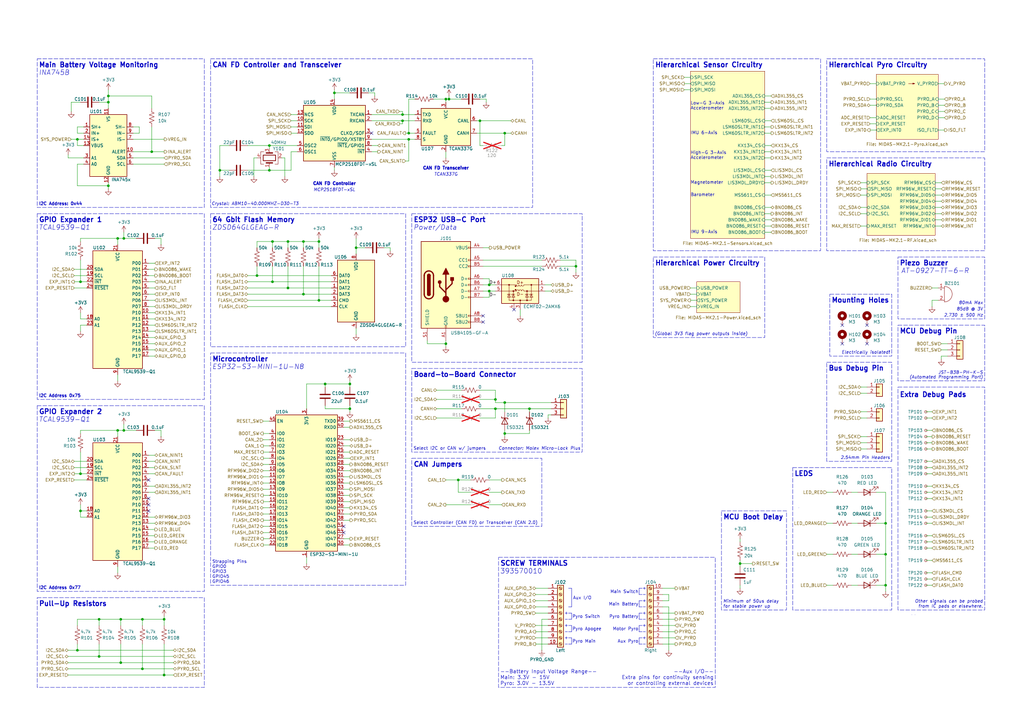
<source format=kicad_sch>
(kicad_sch (version 20250114) (generator "eeschema") (generator_version "9.0")
  (paper "A3")
  (title_block (title "MIDAS MK2.1") (date "2025-01-16") (rev "B") (company "Illinois Space Society") (comment 3 "Rishan Patel, Sahir Pagey, Karan Annam, Tony Wang, Beckett Veatch, Karan Sharma") (comment 4 "Contributors: Thomas McManamen, Bryce Mikos, Aaron Adaya, Griffin Kelley, Gary Kanyuh, "))
  (lib_symbols
    (symbol "Connector:Screw_Terminal_01x10" (pin_names (offset 1.016) (hide yes))
      (property "Reference" "J" (at 0 12.7 0))
      (property "Value" "Screw_Terminal_01x10" (at 0 -15.24 0))
      (symbol "Screw_Terminal_01x10_1_1"
        (pin passive line (at -5.08 10.16 0) (length 3.81) (name "Pin_1") (number "1"))
        (pin passive line (at -5.08 7.62 0) (length 3.81) (name "Pin_2") (number "2"))
        (pin passive line (at -5.08 5.08 0) (length 3.81) (name "Pin_3") (number "3"))
        (pin passive line (at -5.08 2.54 0) (length 3.81) (name "Pin_4") (number "4"))
        (pin passive line (at -5.08 0 0) (length 3.81) (name "Pin_5") (number "5"))
        (pin passive line (at -5.08 -2.54 0) (length 3.81) (name "Pin_6") (number "6"))
        (pin passive line (at -5.08 -5.08 0) (length 3.81) (name "Pin_7") (number "7"))
        (pin passive line (at -5.08 -7.62 0) (length 3.81) (name "Pin_8") (number "8"))
        (pin passive line (at -5.08 -10.16 0) (length 3.81) (name "Pin_9") (number "9"))
        (pin passive line (at -5.08 -12.7 0) (length 3.81) (name "Pin_10") (number "10"))
      )
    )
    (symbol "Connector:TestPoint_Small" (pin_numbers (hide yes)) (pin_names (offset 0.762) (hide yes))
      (property "Reference" "TP" (at 0 3.81 0))
      (property "Value" "TestPoint_Small" (at 0 2.032 0))
      (symbol "TestPoint_Small_1_1"
        (pin passive line (at 0 0 90) (length 0) (name "1") (number "1"))
      )
    )
    (symbol "Connector:USB_C_Receptacle_USB2.0" (pin_names (offset 1.016))
      (property "Reference" "J101" (at 0 22.86 0))
      (property "Value" "USB4105-GF-A" (at 0 20.32 0))
      (symbol "USB_C_Receptacle_USB2.0_1_1"
        (pin passive line (at -7.62 -22.86 90) (length 5.08) (name "SHIELD") (number "S1"))
        (pin passive line (at 0 -22.86 90) (length 5.08) (name "GND") (number "A1"))
        (pin passive line (at 0 -22.86 90) (length 5.08) (hide yes) (name "GND") (number "A12"))
        (pin passive line (at 0 -22.86 90) (length 5.08) (hide yes) (name "GND") (number "B1"))
        (pin passive line (at 0 -22.86 90) (length 5.08) (hide yes) (name "GND") (number "B12"))
        (pin passive line (at 15.24 15.24 180) (length 5.08) (name "VBUS") (number "A4"))
        (pin passive line (at 15.24 15.24 180) (length 5.08) (hide yes) (name "VBUS") (number "A9"))
        (pin passive line (at 15.24 15.24 180) (length 5.08) (hide yes) (name "VBUS") (number "B4"))
        (pin passive line (at 15.24 15.24 180) (length 5.08) (hide yes) (name "VBUS") (number "B9"))
        (pin bidirectional line (at 15.24 10.16 180) (length 5.08) (name "CC1") (number "A5"))
        (pin bidirectional line (at 15.24 7.62 180) (length 5.08) (name "CC2") (number "B5"))
        (pin bidirectional line (at 15.24 2.54 180) (length 5.08) (name "D+") (number "A6"))
        (pin bidirectional line (at 15.24 0 180) (length 5.08) (name "D+") (number "B6"))
        (pin bidirectional line (at 15.24 -2.54 180) (length 5.08) (name "D-") (number "A7"))
        (pin bidirectional line (at 15.24 -5.08 180) (length 5.08) (name "D-") (number "B7"))
        (pin bidirectional line (at 15.24 -12.7 180) (length 5.08) (name "SBU1") (number "A8"))
        (pin bidirectional line (at 15.24 -15.24 180) (length 5.08) (name "SBU2") (number "B8"))
      )
    )
    (symbol "Connector_Generic:Conn_01x02" (pin_names (offset 1.016) (hide yes))
      (property "Reference" "J" (at 0 2.54 0))
      (property "Value" "Conn_01x02" (at 0 -5.08 0))
      (symbol "Conn_01x02_1_1"
        (pin passive line (at -5.08 0 0) (length 3.81) (name "Pin_1") (number "1"))
        (pin passive line (at -5.08 -2.54 0) (length 3.81) (name "Pin_2") (number "2"))
      )
    )
    (symbol "Connector_Generic:Conn_01x03" (pin_names (offset 1.016) (hide yes))
      (property "Reference" "J" (at 0 5.08 0))
      (property "Value" "Conn_01x03" (at 0 -5.08 0))
      (symbol "Conn_01x03_1_1"
        (pin passive line (at -5.08 2.54 0) (length 3.81) (name "Pin_1") (number "1"))
        (pin passive line (at -5.08 0 0) (length 3.81) (name "Pin_2") (number "2"))
        (pin passive line (at -5.08 -2.54 0) (length 3.81) (name "Pin_3") (number "3"))
      )
    )
    (symbol "Device:Buzzer" (pin_names (offset 0.0254) (hide yes))
      (property "Reference" "BZ" (at 3.81 1.27 0))
      (property "Value" "Buzzer" (at 3.81 -1.27 0))
      (symbol "Buzzer_1_1"
        (pin passive line (at -2.54 2.54 0) (length 2.54) (name "-") (number "1"))
        (pin passive line (at -2.54 -2.54 0) (length 2.54) (name "+") (number "2"))
      )
    )
    (symbol "Device:C" (pin_numbers (hide yes)) (pin_names (offset 0.254))
      (property "Reference" "C" (at 0.635 2.54 0))
      (property "Value" "C" (at 0.635 -2.54 0))
      (symbol "C_1_1"
        (pin passive line (at 0 3.81 270) (length 2.794) (name "~") (number "1"))
        (pin passive line (at 0 -3.81 90) (length 2.794) (name "~") (number "2"))
      )
    )
    (symbol "Device:Crystal_GND24" (pin_names (offset 1.016) (hide yes))
      (property "Reference" "Y" (at 3.175 5.08 0))
      (property "Value" "Crystal_GND24" (at 3.175 3.175 0))
      (symbol "Crystal_GND24_1_1"
        (pin passive line (at -3.81 0 0) (length 1.27) (name "1") (number "1"))
        (pin passive line (at 0 5.08 270) (length 1.27) (name "2") (number "2"))
        (pin passive line (at 0 -5.08 90) (length 1.27) (name "4") (number "4"))
        (pin passive line (at 3.81 0 180) (length 1.27) (name "3") (number "3"))
      )
    )
    (symbol "Device:D_TVS" (pin_numbers (hide yes)) (pin_names (offset 1.016) (hide yes))
      (property "Reference" "D101" (at 0 6.35 0))
      (property "Value" "D_TVS" (at 0 3.81 0))
      (symbol "D_TVS_1_1"
        (pin passive line (at -3.81 0 0) (length 2.54) (name "A1") (number "1"))
        (pin passive line (at 3.81 0 180) (length 2.54) (name "A2") (number "2"))
      )
    )
    (symbol "Device:LED" (pin_numbers (hide yes)) (pin_names (offset 1.016) (hide yes))
      (property "Reference" "D" (at 0 2.54 0))
      (property "Value" "LED" (at 0 -2.54 0))
      (symbol "LED_1_1"
        (pin passive line (at -3.81 0 0) (length 2.54) (name "K") (number "1"))
        (pin passive line (at 3.81 0 180) (length 2.54) (name "A") (number "2"))
      )
    )
    (symbol "Device:R_US" (pin_numbers (hide yes)) (pin_names (offset 0))
      (property "Reference" "R" (at 2.54 0 90))
      (property "Value" "R_US" (at -2.54 0 90))
      (symbol "R_US_1_1"
        (pin passive line (at 0 3.81 270) (length 1.27) (name "~") (number "1"))
        (pin passive line (at 0 -3.81 90) (length 1.27) (name "~") (number "2"))
      )
    )
    (symbol "GND_1" (power) (pin_numbers (hide yes)) (pin_names (offset 0) (hide yes))
      (property "Value" "GND" (at 0 -3.81 0))
      (symbol "GND_1_1_1"
        (pin power_in line (at 0 0 270) (length 0) (name "~") (number "1"))
      )
    )
    (symbol "Graphic:SYM_Arrow_Tiny" (in_bom no) (on_board no))
    (symbol "Interface_CAN_LIN:TCAN337G"
      (property "Reference" "U107" (at -10.16 8.89 0))
      (property "Value" "TCAN337G" (at 1.27 -8.89 0))
      (symbol "TCAN337G_1_1"
        (pin input line (at -12.7 5.08 0) (length 2.54) (name "TXD") (number "1"))
        (pin tri_state line (at -12.7 2.54 0) (length 2.54) (name "RXD") (number "4"))
        (pin open_collector line (at -12.7 -2.54 0) (length 2.54) (name "FAULT") (number "5"))
        (pin input line (at -12.7 -5.08 0) (length 2.54) (name "S") (number "8"))
        (pin power_in line (at 0 10.16 270) (length 2.54) (name "VCC") (number "3"))
        (pin power_in line (at 0 -10.16 90) (length 2.54) (name "GND") (number "2"))
        (pin bidirectional line (at 12.7 2.54 180) (length 2.54) (name "CANL") (number "6"))
        (pin bidirectional line (at 12.7 -2.54 180) (length 2.54) (name "CANH") (number "7"))
      )
    )
    (symbol "Interface_CAN_Microchip:MCP2518FDT-xSL" (pin_names (offset 0.254))
      (property "Reference" "U" (at -11.43 12.7 0))
      (property "Value" "MCP2518FDT-xSL" (at 10.16 -12.7 0))
      (symbol "MCP2518FDT-xSL_1_1"
        (pin input line (at -15.24 7.62 0) (length 2.54) (name "NCS") (number "13"))
        (pin input line (at -15.24 5.08 0) (length 2.54) (name "SCK") (number "10"))
        (pin input line (at -15.24 2.54 0) (length 2.54) (name "SDI") (number "11"))
        (pin output line (at -15.24 0 0) (length 2.54) (name "SDO") (number "12"))
        (pin output line (at -15.24 -5.08 0) (length 2.54) (name "OSC2") (number "5"))
        (pin input line (at -15.24 -7.62 0) (length 2.54) (name "OSC1") (number "6"))
        (pin power_in line (at 0 13.97 270) (length 2.54) (name "VDD") (number "14"))
        (pin power_in line (at 0 -13.97 90) (length 2.54) (name "VSS") (number "7"))
        (pin output line (at 15.24 7.62 180) (length 2.54) (name "TXCAN") (number "1"))
        (pin input line (at 15.24 5.08 180) (length 2.54) (name "RXCAN") (number "2"))
        (pin output line (at 15.24 0 180) (length 2.54) (name "CLKO/SOF") (number "3"))
        (pin bidirectional line (at 15.24 -2.54 180) (length 2.54) (name "~{INT0}/GPIO0/XSTBY") (number "9"))
        (pin bidirectional line (at 15.24 -5.08 180) (length 2.54) (name "~{INT1}/GPIO1") (number "8"))
        (pin output line (at 15.24 -7.62 180) (length 2.54) (name "~{INT}") (number "4"))
      )
    )
    (symbol "Interface_Expander_Texas:TCAL9539-Q1"
      (property "Reference" "U" (at -10.16 24.13 0))
      (property "Value" "TCAL9539-Q1" (at 10.16 24.765 0))
      (symbol "TCAL9539-Q1_1_1"
        (pin bidirectional line (at -12.7 15.24 0) (length 2.54) (name "SDA") (number "20"))
        (pin input line (at -12.7 12.7 0) (length 2.54) (name "SCL") (number "19"))
        (pin output line (at -12.7 10.16 0) (length 2.54) (name "~{INT}") (number "22"))
        (pin input line (at -12.7 7.62 0) (length 2.54) (name "~{RESET}") (number "24"))
        (pin input line (at -12.7 -5.08 0) (length 2.54) (name "A0") (number "18"))
        (pin input line (at -12.7 -7.62 0) (length 2.54) (name "A1") (number "23"))
        (pin power_in line (at 0 25.4 270) (length 2.54) (name "VCC") (number "21"))
        (pin passive line (at 0 -27.94 90) (length 2.54) (hide yes) (name "GND") (number "25"))
        (pin power_in line (at 0 -27.94 90) (length 2.54) (name "GND") (number "9"))
        (pin bidirectional line (at 12.7 17.78 180) (length 2.54) (name "P00") (number "1"))
        (pin bidirectional line (at 12.7 15.24 180) (length 2.54) (name "P01") (number "2"))
        (pin bidirectional line (at 12.7 12.7 180) (length 2.54) (name "P02") (number "3"))
        (pin input line (at 12.7 10.16 180) (length 2.54) (name "P03") (number "4"))
        (pin bidirectional line (at 12.7 7.62 180) (length 2.54) (name "P04") (number "5"))
        (pin bidirectional line (at 12.7 5.08 180) (length 2.54) (name "P05") (number "6"))
        (pin bidirectional line (at 12.7 2.54 180) (length 2.54) (name "P06") (number "7"))
        (pin bidirectional line (at 12.7 0 180) (length 2.54) (name "P07") (number "8"))
        (pin bidirectional line (at 12.7 -2.54 180) (length 2.54) (name "P10") (number "10"))
        (pin bidirectional line (at 12.7 -5.08 180) (length 2.54) (name "P11") (number "11"))
        (pin bidirectional line (at 12.7 -7.62 180) (length 2.54) (name "P12") (number "12"))
        (pin bidirectional line (at 12.7 -10.16 180) (length 2.54) (name "P13") (number "13"))
        (pin bidirectional line (at 12.7 -12.7 180) (length 2.54) (name "P14") (number "14"))
        (pin bidirectional line (at 12.7 -15.24 180) (length 2.54) (name "P15") (number "15"))
        (pin bidirectional line (at 12.7 -17.78 180) (length 2.54) (name "P16") (number "16"))
        (pin bidirectional line (at 12.7 -20.32 180) (length 2.54) (name "P17") (number "17"))
      )
    )
    (symbol "Mechanical:MountingHole_Pad" (pin_numbers (hide yes)) (pin_names (offset 1.016) (hide yes))
      (property "Reference" "H" (at 0 6.35 0))
      (property "Value" "MountingHole_Pad" (at 0 4.445 0))
      (symbol "MountingHole_Pad_1_1"
        (pin input line (at 0 -2.54 90) (length 2.54) (name "1") (number "1"))
      )
    )
    (symbol "Memory_Flash_Zetta:ZDSD64GLGEAG-R"
      (property "Reference" "U" (at -6.35 13.97 0))
      (property "Value" "ZDSD64GLGEAG-R" (at 10.16 -13.97 0))
      (symbol "ZDSD64GLGEAG-R_1_1"
        (pin bidirectional line (at -10.16 6.35 0) (length 2.54) (name "DAT0") (number "6"))
        (pin bidirectional line (at -10.16 3.81 0) (length 2.54) (name "DAT1") (number "7"))
        (pin bidirectional line (at -10.16 1.27 0) (length 2.54) (name "DAT2") (number "1"))
        (pin bidirectional line (at -10.16 -1.27 0) (length 2.54) (name "DAT3") (number "2"))
        (pin input line (at -10.16 -3.81 0) (length 2.54) (name "CMD") (number "5"))
        (pin input line (at -10.16 -6.35 0) (length 2.54) (name "CLK") (number "3"))
        (pin power_in line (at 0 15.24 270) (length 2.54) (name "VDD") (number "8"))
        (pin power_in line (at 0 -15.24 90) (length 2.54) (name "GND") (number "4"))
      )
    )
    (symbol "Power_Protection:ECMF02-2AMX6" (pin_names (offset 0.0254) (hide yes))
      (property "Reference" "U" (at 0 10.16 0))
      (property "Value" "ECMF02-2AMX6" (at 0 7.62 0))
      (symbol "ECMF02-2AMX6_0_1"
        (text "D+" (at 0 3.556 0) (effects (font (size 1.27 1.27))))
        (text "D-" (at 0 -1.27 0) (effects (font (size 1.27 1.27))))
      )
      (symbol "ECMF02-2AMX6_1_1"
        (pin passive line (at -10.16 2.54 0) (length 2.54) (name "D+_in") (number "1"))
        (pin passive line (at -10.16 0 0) (length 2.54) (name "D-_in") (number "2"))
        (pin power_in line (at 0 -7.62 90) (length 2.54) (name "GND") (number "3"))
        (pin free line (at 2.54 -7.62 90) (length 2.54) (name "NC") (number "4"))
        (pin passive line (at 10.16 2.54 180) (length 2.54) (name "D+_out") (number "6"))
        (pin passive line (at 10.16 0 180) (length 2.54) (name "D-_out") (number "5"))
      )
    )
    (symbol "RF_Module:ESP32-S3-MINI-1U"
      (property "Reference" "U" (at -11.43 29.21 0))
      (property "Value" "ESP32-S3-MINI-1U" (at 12.7 29.21 0))
      (symbol "ESP32-S3-MINI-1U_1_1"
        (pin input line (at -15.24 25.4 0) (length 2.54) (name "EN") (number "45"))
        (pin bidirectional line (at -15.24 20.32 0) (length 2.54) (name "IO0") (number "4"))
        (pin bidirectional line (at -15.24 17.78 0) (length 2.54) (name "IO1") (number "5"))
        (pin bidirectional line (at -15.24 15.24 0) (length 2.54) (name "IO2") (number "6"))
        (pin bidirectional line (at -15.24 12.7 0) (length 2.54) (name "IO3") (number "7"))
        (pin bidirectional line (at -15.24 10.16 0) (length 2.54) (name "IO4") (number "8"))
        (pin bidirectional line (at -15.24 7.62 0) (length 2.54) (name "IO5") (number "9"))
        (pin bidirectional line (at -15.24 5.08 0) (length 2.54) (name "IO6") (number "10"))
        (pin bidirectional line (at -15.24 2.54 0) (length 2.54) (name "IO7") (number "11"))
        (pin bidirectional line (at -15.24 0 0) (length 2.54) (name "IO8") (number "12"))
        (pin bidirectional line (at -15.24 -2.54 0) (length 2.54) (name "IO9") (number "13"))
        (pin bidirectional line (at -15.24 -5.08 0) (length 2.54) (name "IO10") (number "14"))
        (pin bidirectional line (at -15.24 -7.62 0) (length 2.54) (name "IO11") (number "15"))
        (pin bidirectional line (at -15.24 -10.16 0) (length 2.54) (name "IO12") (number "16"))
        (pin bidirectional line (at -15.24 -12.7 0) (length 2.54) (name "IO13") (number "17"))
        (pin bidirectional line (at -15.24 -15.24 0) (length 2.54) (name "IO14") (number "18"))
        (pin bidirectional line (at -15.24 -17.78 0) (length 2.54) (name "IO15") (number "19"))
        (pin bidirectional line (at -15.24 -20.32 0) (length 2.54) (name "IO16") (number "20"))
        (pin bidirectional line (at -15.24 -22.86 0) (length 2.54) (name "IO17") (number "21"))
        (pin bidirectional line (at -15.24 -25.4 0) (length 2.54) (name "IO18") (number "22"))
        (pin power_in line (at 0 30.48 270) (length 2.54) (name "3V3") (number "3"))
        (pin power_in line (at 0 -30.48 90) (length 2.54) (name "GND") (number "1"))
        (pin passive line (at 0 -30.48 90) (length 2.54) (hide yes) (name "GND") (number "2"))
        (pin passive line (at 0 -30.48 90) (length 2.54) (hide yes) (name "GND") (number "42"))
        (pin passive line (at 0 -30.48 90) (length 2.54) (hide yes) (name "GND") (number "43"))
        (pin passive line (at 0 -30.48 90) (length 2.54) (hide yes) (name "GND") (number "46"))
        (pin passive line (at 0 -30.48 90) (length 2.54) (hide yes) (name "GND") (number "47"))
        (pin passive line (at 0 -30.48 90) (length 2.54) (hide yes) (name "GND") (number "48"))
        (pin passive line (at 0 -30.48 90) (length 2.54) (hide yes) (name "GND") (number "49"))
        (pin passive line (at 0 -30.48 90) (length 2.54) (hide yes) (name "GND") (number "50"))
        (pin passive line (at 0 -30.48 90) (length 2.54) (hide yes) (name "GND") (number "51"))
        (pin passive line (at 0 -30.48 90) (length 2.54) (hide yes) (name "GND") (number "52"))
        (pin passive line (at 0 -30.48 90) (length 2.54) (hide yes) (name "GND") (number "53"))
        (pin passive line (at 0 -30.48 90) (length 2.54) (hide yes) (name "GND") (number "54"))
        (pin passive line (at 0 -30.48 90) (length 2.54) (hide yes) (name "GND") (number "55"))
        (pin passive line (at 0 -30.48 90) (length 2.54) (hide yes) (name "GND") (number "56"))
        (pin passive line (at 0 -30.48 90) (length 2.54) (hide yes) (name "GND") (number "57"))
        (pin passive line (at 0 -30.48 90) (length 2.54) (hide yes) (name "GND") (number "58"))
        (pin passive line (at 0 -30.48 90) (length 2.54) (hide yes) (name "GND") (number "59"))
        (pin passive line (at 0 -30.48 90) (length 2.54) (hide yes) (name "GND") (number "60"))
        (pin passive line (at 0 -30.48 90) (length 2.54) (hide yes) (name "GND") (number "61"))
        (pin passive line (at 0 -30.48 90) (length 2.54) (hide yes) (name "GND") (number "62"))
        (pin passive line (at 0 -30.48 90) (length 2.54) (hide yes) (name "GND") (number "63"))
        (pin passive line (at 0 -30.48 90) (length 2.54) (hide yes) (name "GND") (number "64"))
        (pin passive line (at 0 -30.48 90) (length 2.54) (hide yes) (name "GND") (number "65"))
        (pin bidirectional line (at 15.24 25.4 180) (length 2.54) (name "TXD0") (number "39"))
        (pin bidirectional line (at 15.24 22.86 180) (length 2.54) (name "RXD0") (number "40"))
        (pin bidirectional line (at 15.24 17.78 180) (length 2.54) (name "IO19") (number "23"))
        (pin bidirectional line (at 15.24 15.24 180) (length 2.54) (name "IO20") (number "24"))
        (pin bidirectional line (at 15.24 12.7 180) (length 2.54) (name "IO21") (number "25"))
        (pin bidirectional line (at 15.24 10.16 180) (length 2.54) (name "IO26") (number "26"))
        (pin bidirectional line (at 15.24 7.62 180) (length 2.54) (name "IO33") (number "28"))
        (pin bidirectional line (at 15.24 5.08 180) (length 2.54) (name "IO34") (number "29"))
        (pin bidirectional line (at 15.24 2.54 180) (length 2.54) (name "IO35") (number "31"))
        (pin bidirectional line (at 15.24 0 180) (length 2.54) (name "IO36") (number "32"))
        (pin bidirectional line (at 15.24 -2.54 180) (length 2.54) (name "IO37") (number "33"))
        (pin bidirectional line (at 15.24 -5.08 180) (length 2.54) (name "IO38") (number "34"))
        (pin bidirectional line (at 15.24 -7.62 180) (length 2.54) (name "IO39") (number "35"))
        (pin bidirectional line (at 15.24 -10.16 180) (length 2.54) (name "IO40") (number "36"))
        (pin bidirectional line (at 15.24 -12.7 180) (length 2.54) (name "IO41") (number "37"))
        (pin bidirectional line (at 15.24 -15.24 180) (length 2.54) (name "IO42") (number "38"))
        (pin bidirectional line (at 15.24 -17.78 180) (length 2.54) (name "IO45") (number "41"))
        (pin bidirectional line (at 15.24 -20.32 180) (length 2.54) (name "IO46") (number "44"))
        (pin bidirectional line (at 15.24 -22.86 180) (length 2.54) (name "IO47") (number "27"))
        (pin bidirectional line (at 15.24 -25.4 180) (length 2.54) (name "IO48") (number "30"))
      )
    )
    (symbol "Sensor_Power_Texas:INA745x"
      (property "Reference" "U" (at -7.112 13.97 0))
      (property "Value" "INA745x" (at 5.08 -13.97 0))
      (symbol "INA745x_1_1"
        (pin output line (at -10.16 7.62 0) (length 2.54) (name "SH+") (number "1"))
        (pin input line (at -10.16 5.08 0) (length 2.54) (name "IN+") (number "2"))
        (pin input line (at -10.16 2.54 0) (length 2.54) (name "IS+") (number "14"))
        (pin input line (at -10.16 0 0) (length 2.54) (name "VBUS") (number "13"))
        (pin input line (at -10.16 -5.08 0) (length 2.54) (name "A1") (number "3"))
        (pin input line (at -10.16 -7.62 0) (length 2.54) (name "A0") (number "4"))
        (pin power_in line (at 0 15.24 270) (length 2.54) (name "VS") (number "11"))
        (pin power_out line (at 0 -15.24 90) (length 2.54) (name "GND") (number "12"))
        (pin output line (at 10.16 7.62 180) (length 2.54) (name "SH-") (number "8"))
        (pin input line (at 10.16 5.08 180) (length 2.54) (name "IN-") (number "9"))
        (pin input line (at 10.16 2.54 180) (length 2.54) (name "IS-") (number "7"))
        (pin output line (at 10.16 -2.54 180) (length 2.54) (name "ALERT") (number "10"))
        (pin bidirectional line (at 10.16 -5.08 180) (length 2.54) (name "SDA") (number "5"))
        (pin input line (at 10.16 -7.62 180) (length 2.54) (name "SCL") (number "6"))
      )
    )
    (symbol "power:+3V3" (power) (pin_names (offset 0))
      (property "Value" "+3V3" (at 0 3.556 0))
      (symbol "+3V3_1_1"
        (pin power_in line (at 0 0 90) (length 0) (hide yes) (name "+3V3") (number "1"))
      )
    )
    (symbol "power:Earth" (power) (pin_numbers (hide yes)) (pin_names (offset 0) (hide yes))
      (property "Value" "Earth" (at 0 -3.81 0))
      (symbol "Earth_1_1"
        (pin power_in line (at 0 0 270) (length 0) (name "~") (number "1"))
      )
    )
    (symbol "power:GND" (power) (pin_names (offset 0))
      (property "Value" "GND" (at 0 -3.81 0))
      (symbol "GND_1_1"
        (pin power_in line (at 0 0 270) (length 0) (hide yes) (name "GND") (number "1"))
      )
    )
  )
  (rectangle (start 368.3 105.41) (end 403.86 130.81) (stroke (width 0) (type dash)))
  (rectangle (start 168.91 87.63) (end 238.76 148.59) (stroke (width 0) (type dash)))
  (rectangle (start 86.36 144.78) (end 166.37 240.03) (stroke (width 0) (type dash)))
  (rectangle (start 339.09 64.77) (end 403.86 102.87) (stroke (width 0) (type dash)))
  (rectangle (start 15.24 166.37) (end 83.82 242.57) (stroke (width 0) (type dash)))
  (rectangle (start 339.09 24.13) (end 403.86 62.23) (stroke (width 0) (type dash)))
  (rectangle (start 168.91 187.96) (end 222.25 215.9) (stroke (width 0) (type dash)))
  (rectangle (start 204.47 228.6) (end 293.37 281.94) (stroke (width 0) (type dash)))
  (rectangle (start 267.97 24.13) (end 336.55 102.87) (stroke (width 0) (type dash)))
  (rectangle (start 368.3 158.75) (end 403.86 250.19) (stroke (width 0) (type dash)))
  (rectangle (start 325.12 191.77) (end 365.76 250.19) (stroke (width 0) (type dash)))
  (rectangle (start 375.285 252.095) (end 375.285 252.095))
  (rectangle (start 168.91 151.13) (end 238.76 185.42) (stroke (width 0) (type dash)))
  (rectangle (start 86.36 87.63) (end 166.37 142.24) (stroke (width 0) (type dash)))
  (rectangle (start 340.36 120.65) (end 365.76 146.05) (stroke (width 0) (type dash)))
  (rectangle (start 15.24 245.11) (end 83.82 281.94) (stroke (width 0) (type dash)))
  (rectangle (start 15.24 87.63) (end 83.82 163.83) (stroke (width 0) (type dash)))
  (rectangle (start 267.97 105.41) (end 313.69 138.43) (stroke (width 0) (type dash)))
  (rectangle (start 374.015 252.095) (end 374.015 252.095))
  (rectangle (start 15.24 24.13) (end 83.82 85.09) (stroke (width 0) (type dash)))
  (rectangle (start 327.66 208.28) (end 327.66 208.28))
  (rectangle (start 295.91 209.55) (end 322.58 250.19) (stroke (width 0) (type dash)))
  (rectangle (start 86.36 24.13) (end 218.44 85.09) (stroke (width 0) (type dash)))
  (rectangle (start 368.3 133.35) (end 403.86 156.21) (stroke (width 0) (type dash)))
  (rectangle (start 339.09 148.59) (end 365.76 189.23) (stroke (width 0) (type dash)))
  (text "IMU 6-Axis" (at 283.21 55.372 0) (effects (font (size 1.27 1.27)) (justify left bottom)))
  (text "Minimum of 50us delay\nfor stable power up\n" (at 296.545 249.555 0) (effects (font (size 1.27 1.27) (italic yes)) (justify left bottom)))
  (text "Microcontroller" (at 86.995 148.59 0) (effects (font (size 2 2) (bold yes)) (justify left bottom)))
  (text "(Global 3V3 flag power outputs inside)" (at 306.705 137.795 0) (effects (font (size 1.27 1.27) (italic yes)) (justify right bottom)))
  (text "-" (at 263.398 249.809 0) (effects (font (size 1.27 1.27)) (justify left bottom)))
  (text "+" (at 231.394 262.509 0) (effects (font (size 1.27 1.27)) (justify left bottom)))
  (text "Main Battery Voltage Monitoring" (at 15.875 27.94 0) (effects (font (size 2 2) (thickness 0.4) (bold yes)) (justify left bottom)))
  (text "GPIO Expander 2\n" (at 15.875 170.18 0) (effects (font (size 2 2) (thickness 0.4) (bold yes)) (justify left bottom)))
  (text "TCAN337G" (at 182.88 72.39 0) (effects (font (size 1.27 1.27) (italic yes)) (justify bottom)))
  (text "-" (at 263.398 265.049 0) (effects (font (size 1.27 1.27)) (justify left bottom)))
  (text "Pyro Switch" (at 234.696 253.746 0) (effects (font (size 1.27 1.27)) (justify left bottom)))
  (text "+" (at 263.398 242.189 0) (effects (font (size 1.27 1.27)) (justify left bottom)))
  (text "Hierarchical Radio Circuitry" (at 339.725 68.58 0) (effects (font (size 2 2) (bold yes)) (justify left bottom)))
  (text "Aux I/O" (at 234.95 245.364 0) (effects (font (size 1.27 1.27)) (justify left)))
  (text "Hierarchical Power Circuitry" (at 268.605 109.22 0) (effects (font (size 2 2) (bold yes)) (justify left bottom)))
  (text "ESP32 USB-C Port\n" (at 169.545 91.44 0) (effects (font (size 2 2) (thickness 0.4) (bold yes)) (justify left bottom)))
  (text "--Aux I/O--\nExtra pins for continuity sensing\nor controlling external devices" (at 292.735 281.305 0) (effects (font (size 1.5 1.5)) (justify right bottom)))
  (text "Low-G 3-Axis\nAccelerometer" (at 283.21 45.212 0) (effects (font (size 1.27 1.27)) (justify left bottom)))
  (text "Electrically isolated!" (at 365.125 145.415 0) (effects (font (size 1.27 1.27) (italic yes)) (justify right bottom)))
  (text "Hierarchical Pyro Circuitry" (at 339.725 27.94 0) (effects (font (size 2 2) (bold yes)) (justify left bottom)))
  (text "CAN FD Controller and Transceiver" (at 86.995 27.94 0) (effects (font (size 2 2) (thickness 0.4) (bold yes)) (justify left bottom)))
  (text "LEDS" (at 325.755 195.58 0) (effects (font (size 2 2) (thickness 0.4) (bold yes)) (justify left bottom)))
  (text "+" (at 263.398 262.509 0) (effects (font (size 1.27 1.27)) (justify left bottom)))
  (text "64 Gbit Flash Memory\n" (at 86.995 91.44 0) (effects (font (size 2 2) (bold yes)) (justify left bottom)))
  (text "2.54mm Pin Headers" (at 365.125 188.595 0) (effects (font (size 1.27 1.27) (italic yes)) (justify right bottom)))
  (text "Mounting Holes" (at 340.995 124.46 0) (effects (font (size 2 2) (thickness 0.4) (bold yes)) (justify left bottom)))
  (text "(Automated Programming Port)" (at 403.225 155.575 0) (effects (font (size 1.27 1.27) (italic yes)) (justify right bottom)))
  (text "-" (at 263.398 244.729 0) (effects (font (size 1.27 1.27)) (justify left bottom)))
  (text "I2C Address: 0x44" (at 15.875 84.455 0) (effects (font (size 1.27 1.27) (thickness 0.254) (bold yes)) (justify left bottom)))
  (text "+" (at 263.398 257.429 0) (effects (font (size 1.27 1.27)) (justify left bottom)))
  (text "+" (at 233.172 252.349 0) (effects (font (size 1.27 1.27)) (justify right bottom)))
  (text "MCU Debug Pin\n\n" (at 368.935 140.335 0) (effects (font (size 2 2) (thickness 0.4) (bold yes)) (justify left bottom)))
  (text "I2C Address 0x75\n" (at 15.875 163.195 0) (effects (font (size 1.27 1.27) (thickness 0.254) (bold yes)) (justify left bottom)))
  (text "Aux Pyro" (at 261.874 263.906 0) (effects (font (size 1.27 1.27)) (justify right bottom)))
  (text "393570010" (at 205.105 235.585 0) (effects (font (size 2 2)) (justify left bottom)))
  (text "+" (at 231.394 257.429 0) (effects (font (size 1.27 1.27)) (justify left bottom)))
  (text "CAN Jumpers" (at 169.545 191.77 0) (effects (font (size 2 2) (thickness 0.4) (bold yes)) (justify left bottom)))
  (text "Hierarchical Sensor Circuitry" (at 268.605 27.94 0) (effects (font (size 2 2) (bold yes)) (justify left bottom)))
  (text "Power/Data" (at 169.545 94.615 0) (effects (font (size 2 2) (italic yes)) (justify left bottom)))
  (text "ESP32-S3-MINI-1U-N8" (at 86.995 151.765 0) (effects (font (size 2 2) (italic yes)) (justify left bottom)))
  (text "+" (at 263.398 247.269 0) (effects (font (size 1.27 1.27)) (justify left bottom)))
  (text "IMU 9-Axis" (at 283.21 96.012 0) (effects (font (size 1.27 1.27)) (justify left bottom)))
  (text "Pyro Main" (at 234.696 263.906 0) (effects (font (size 1.27 1.27)) (justify left bottom)))
  (text "Strapping Pins\nGPIO0\nGPIO3\nGPIO45\nGPIO46" (at 86.995 239.395 0) (effects (font (size 1.27 1.27)) (justify left bottom)))
  (text "CAN FD Transceiver\n" (at 182.88 69.85 0) (effects (font (size 1.27 1.27) (thickness 0.4) (bold yes)) (justify bottom)))
  (text "-" (at 263.398 259.969 0) (effects (font (size 1.27 1.27)) (justify left bottom)))
  (text "2,730 ± 500 Hz" (at 403.225 130.175 0) (effects (font (size 1.27 1.27) (italic yes)) (justify right bottom)))
  (text "CAN FD Controller\n" (at 137.16 76.2 0) (effects (font (size 1.27 1.27) (thickness 0.4) (bold yes)) (justify bottom)))
  (text "Pyro Battery" (at 261.874 253.746 0) (effects (font (size 1.27 1.27)) (justify right bottom)))
  (text "Extra Debug Pads\n" (at 368.935 163.195 0) (effects (font (size 2 2) (thickness 0.4) (bold yes)) (justify left bottom)))
  (text "JST-B3B-PH-K-S" (at 403.225 153.67 0) (effects (font (size 1.27 1.27) (italic yes)) (justify right bottom)))
  (text "MCU Boot Delay" (at 296.545 213.36 0) (effects (font (size 2 2) (thickness 0.4) (bold yes)) (justify left bottom)))
  (text "-" (at 231.394 259.969 0) (effects (font (size 1.27 1.27)) (justify left bottom)))
  (text "Pyro Apogee" (at 234.696 258.826 0) (effects (font (size 1.27 1.27)) (justify left bottom)))
  (text "Select Controller (CAN FD) or Transceiver (CAN 2.0)" (at 169.545 215.265 0) (effects (font (size 1.27 1.27)) (justify left bottom)))
  (text "Crystal: ABM10-40.000MHZ-D30-T3" (at 122.555 84.455 0) (effects (font (size 1.27 1.27) (italic yes)) (justify right bottom)))
  (text "80mA Max" (at 403.225 125.095 0) (effects (font (size 1.27 1.27) (italic yes)) (justify right bottom)))
  (text "-" (at 233.172 254.889 0) (effects (font (size 1.27 1.27)) (justify right bottom)))
  (text "GPIO Expander 1\n" (at 15.875 91.44 0) (effects (font (size 2 2) (thickness 0.4) (bold yes)) (justify left bottom)))
  (text "MCP2518FDT-xSL" (at 137.16 78.74 0) (effects (font (size 1.27 1.27) (italic yes)) (justify bottom)))
  (text "I2C Address 0x77" (at 15.875 241.935 0) (effects (font (size 1.27 1.27) (thickness 0.254) (bold yes)) (justify left bottom)))
  (text "Barometer" (at 283.21 80.772 0) (effects (font (size 1.27 1.27)) (justify left bottom)))
  (text "-" (at 263.398 254.889 0) (effects (font (size 1.27 1.27)) (justify left bottom)))
  (text "Pull-Up Resistors" (at 15.875 248.92 0) (effects (font (size 2 2) (thickness 0.4) (bold yes)) (justify left bottom)))
  (text "--Battery Input Voltage Range--\nMain: 3.3V - 15V\nPyro: 3.0V - 13.5V" (at 205.105 281.305 0) (effects (font (size 1.5 1.5)) (justify left bottom)))
  (text "SCREW TERMINALS\n\n" (at 205.105 235.585 0) (effects (font (size 2 2) (thickness 0.4) (bold yes)) (justify left bottom)))
  (text "Main Battery" (at 261.874 248.666 0) (effects (font (size 1.27 1.27)) (justify right bottom)))
  (text "ZDSD64GLGEAG-R" (at 86.995 94.615 0) (effects (font (size 2 2) (italic yes)) (justify left bottom)))
  (text "TCAL9539-Q1\n" (at 15.875 173.355 0) (effects (font (size 2 2) (italic yes)) (justify left bottom)))
  (text "High-G 3-Axis\nAccelerometer" (at 283.21 65.532 0) (effects (font (size 1.27 1.27)) (justify left bottom)))
  (text "Select I2C or CAN w/ jumpers" (at 169.545 184.785 0) (effects (font (size 1.27 1.27)) (justify left bottom)))
  (text "-" (at 231.394 265.049 0) (effects (font (size 1.27 1.27)) (justify left bottom)))
  (text "+" (at 263.398 252.349 0) (effects (font (size 1.27 1.27)) (justify left bottom)))
  (text "INA745B\n" (at 15.875 31.115 0) (effects (font (size 2 2) (italic yes)) (justify left bottom)))
  (text "85dB @ 3V" (at 403.225 127.635 0) (effects (font (size 1.27 1.27) (italic yes)) (justify right bottom)))
  (text "AT-0927-TT-6-R" (at 369.57 112.395 0) (effects (font (size 2 2) (italic yes)) (justify left bottom)))
  (text "Main Switch" (at 261.874 243.586 0) (effects (font (size 1.27 1.27)) (justify right bottom)))
  (text "Bus Debug Pin\n\n" (at 339.725 155.575 0) (effects (font (size 2 2) (thickness 0.4) (bold yes)) (justify left bottom)))
  (text "TCAL9539-Q1\n" (at 15.875 94.615 0) (effects (font (size 2 2) (italic yes)) (justify left bottom)))
  (text "Connector: Molex Micro-Lock Plus" (at 238.125 184.785 0) (effects (font (size 1.27 1.27) (italic yes)) (justify right bottom)))
  (text "Piezo Buzzer\n" (at 368.935 109.22 0) (effects (font (size 2 2) (thickness 0.4) (bold yes)) (justify left bottom)))
  (text "Other signals can be probed\nfrom IC pads or elsewhere." (at 403.225 249.555 0) (effects (font (size 1.27 1.27) (italic yes)) (justify right bottom)))
  (text "Motor Pyro" (at 261.874 258.826 0) (effects (font (size 1.27 1.27)) (justify right bottom)))
  (text "Magnetometer" (at 283.21 75.692 0) (effects (font (size 1.27 1.27)) (justify left bottom)))
  (text "Board-to-Board Connector" (at 169.545 154.94 0) (effects (font (size 2 2) (thickness 0.4) (bold yes)) (justify left bottom)))
  (junction (at 167.64 57.15))
  (junction (at 207.01 177.8))
  (junction (at 33.02 194.31))
  (junction (at 165.1 49.53))
  (junction (at 33.02 209.55))
  (junction (at 33.02 115.57))
  (junction (at 137.16 38.1))
  (junction (at 31.75 266.7))
  (junction (at 40.64 269.24))
  (junction (at 207.01 165.1))
  (junction (at 187.96 196.85))
  (junction (at 207.01 54.61))
  (junction (at 111.76 99.06))
  (junction (at 44.45 39.37))
  (junction (at 363.22 214.63))
  (junction (at 48.26 176.53))
  (junction (at 49.53 254))
  (junction (at 143.51 157.48))
  (junction (at 118.11 118.11))
  (junction (at 48.26 97.79))
  (junction (at 124.46 99.06))
  (junction (at 62.23 62.23))
  (junction (at 363.22 240.03))
  (junction (at 110.49 59.69))
  (junction (at 105.41 113.03))
  (junction (at 44.45 41.91))
  (junction (at 130.81 99.06))
  (junction (at 40.64 254))
  (junction (at 236.22 109.22))
  (junction (at 90.17 69.85))
  (junction (at 58.42 254))
  (junction (at 303.53 231.14))
  (junction (at 167.64 54.61))
  (junction (at 50.8 97.79))
  (junction (at 200.66 119.38))
  (junction (at 111.76 115.57))
  (junction (at 118.11 99.06))
  (junction (at 49.53 271.78))
  (junction (at 31.75 57.15))
  (junction (at 146.05 101.6))
  (junction (at 58.42 274.32))
  (junction (at 67.31 276.86))
  (junction (at 124.46 120.65))
  (junction (at 165.1 46.99))
  (junction (at 130.81 123.19))
  (junction (at 196.85 49.53))
  (junction (at 133.35 157.48))
  (junction (at 143.51 167.64))
  (junction (at 110.49 69.85))
  (junction (at 44.45 76.2))
  (junction (at 182.88 40.64))
  (junction (at 67.31 254))
  (junction (at 363.22 227.33))
  (junction (at 182.88 140.97))
  (junction (at 217.17 167.64))
  (junction (at 200.66 116.84))
  (junction (at 203.2 163.83))
  (junction (at 50.8 176.53))
  (junction (at 203.2 167.64))
  (junction (at 184.15 40.64))
  (no_connect (at 140.97 218.44))
  (no_connect (at 60.96 196.85))
  (no_connect (at 60.96 204.47))
  (no_connect (at 198.12 132.08))
  (no_connect (at 152.4 54.61))
  (no_connect (at 355.6 140.97))
  (no_connect (at 60.96 209.55))
  (no_connect (at 210.82 127))
  (no_connect (at 198.12 129.54))
  (no_connect (at 60.96 207.01))
  (no_connect (at 355.6 133.35))
  (no_connect (at 345.44 133.35))
  (no_connect (at 140.97 215.9))
  (no_connect (at 345.44 140.97))
  (wire (pts (xy 383.54 92.71) (xy 386.08 92.71)))
  (wire (pts (xy 379.73 204.47) (xy 382.27 204.47)))
  (wire (pts (xy 198.12 114.3) (xy 200.66 114.3)))
  (wire (pts (xy 107.95 182.88) (xy 110.49 182.88)))
  (wire (pts (xy 353.06 158.75) (xy 355.6 158.75)))
  (wire (pts (xy 379.73 168.91) (xy 382.27 168.91)))
  (wire (pts (xy 49.53 264.16) (xy 49.53 271.78)))
  (wire (pts (xy 30.48 196.85) (xy 35.56 196.85)))
  (wire (pts (xy 200.66 119.38) (xy 200.66 121.92)))
  (polyline (pts (xy 233.172 264.16) (xy 234.442 264.16)))
  (wire (pts (xy 143.51 203.2) (xy 140.97 203.2)))
  (wire (pts (xy 195.58 54.61) (xy 207.01 54.61)))
  (polyline (pts (xy 233.172 241.3) (xy 234.442 241.3)))
  (wire (pts (xy 280.67 36.83) (xy 283.21 36.83)))
  (polyline (pts (xy 233.172 259.08) (xy 234.442 259.08)))
  (wire (pts (xy 110.49 195.58) (xy 107.95 195.58)))
  (wire (pts (xy 165.1 46.99) (xy 170.18 46.99)))
  (wire (pts (xy 27.94 274.32) (xy 58.42 274.32)))
  (wire (pts (xy 33.02 97.79) (xy 48.26 97.79)))
  (wire (pts (xy 101.6 115.57) (xy 111.76 115.57)))
  (wire (pts (xy 384.81 123.19) (xy 382.27 123.19)))
  (wire (pts (xy 130.81 97.79) (xy 130.81 99.06)))
  (wire (pts (xy 224.79 170.18) (xy 226.06 170.18)))
  (wire (pts (xy 165.1 45.72) (xy 163.83 45.72)))
  (wire (pts (xy 130.81 99.06) (xy 130.81 101.6)))
  (wire (pts (xy 271.78 248.92) (xy 274.32 248.92)))
  (wire (pts (xy 29.21 41.91) (xy 33.02 41.91)))
  (wire (pts (xy 224.79 254) (xy 222.25 254)))
  (wire (pts (xy 33.02 177.8) (xy 33.02 176.53)))
  (wire (pts (xy 313.69 59.69) (xy 316.23 59.69)))
  (wire (pts (xy 33.02 185.42) (xy 33.02 194.31)))
  (wire (pts (xy 27.94 64.77) (xy 27.94 63.5)))
  (wire (pts (xy 31.75 54.61) (xy 34.29 54.61)))
  (wire (pts (xy 54.61 52.07) (xy 57.15 52.07)))
  (wire (pts (xy 146.05 134.62) (xy 146.05 137.16)))
  (wire (pts (xy 124.46 120.65) (xy 135.89 120.65)))
  (wire (pts (xy 383.54 77.47) (xy 386.08 77.47)))
  (wire (pts (xy 363.22 242.57) (xy 363.22 240.03)))
  (wire (pts (xy 363.22 214.63) (xy 363.22 227.33)))
  (wire (pts (xy 143.51 157.48) (xy 143.51 158.75)))
  (wire (pts (xy 110.49 193.04) (xy 107.95 193.04)))
  (wire (pts (xy 153.67 38.1) (xy 153.67 39.37)))
  (wire (pts (xy 140.97 187.96) (xy 143.51 187.96)))
  (wire (pts (xy 110.49 60.96) (xy 110.49 59.69)))
  (wire (pts (xy 60.96 201.93) (xy 63.5 201.93)))
  (wire (pts (xy 384.81 43.18) (xy 387.35 43.18)))
  (wire (pts (xy 49.53 271.78) (xy 71.12 271.78)))
  (wire (pts (xy 143.51 198.12) (xy 140.97 198.12)))
  (wire (pts (xy 182.88 139.7) (xy 182.88 140.97)))
  (wire (pts (xy 313.69 85.09) (xy 316.23 85.09)))
  (wire (pts (xy 379.73 171.45) (xy 382.27 171.45)))
  (wire (pts (xy 313.69 52.07) (xy 316.23 52.07)))
  (wire (pts (xy 50.8 95.25) (xy 50.8 97.79)))
  (wire (pts (xy 33.02 209.55) (xy 35.56 209.55)))
  (wire (pts (xy 207.01 54.61) (xy 209.55 54.61)))
  (wire (pts (xy 110.49 208.28) (xy 107.95 208.28)))
  (wire (pts (xy 143.51 182.88) (xy 140.97 182.88)))
  (wire (pts (xy 353.06 77.47) (xy 355.6 77.47)))
  (wire (pts (xy 90.17 59.69) (xy 90.17 69.85)))
  (wire (pts (xy 60.96 133.35) (xy 63.5 133.35)))
  (wire (pts (xy 236.22 106.68) (xy 236.22 109.22)))
  (wire (pts (xy 165.1 46.99) (xy 165.1 45.72)))
  (wire (pts (xy 379.73 214.63) (xy 382.27 214.63)))
  (wire (pts (xy 165.1 50.8) (xy 163.83 50.8)))
  (wire (pts (xy 152.4 49.53) (xy 165.1 49.53)))
  (wire (pts (xy 175.26 139.7) (xy 175.26 140.97)))
  (wire (pts (xy 67.31 264.16) (xy 67.31 276.86)))
  (wire (pts (xy 166.37 54.61) (xy 167.64 54.61)))
  (polyline (pts (xy 234.442 261.62) (xy 233.172 261.62)))
  (wire (pts (xy 313.69 41.91) (xy 316.23 41.91)))
  (wire (pts (xy 27.94 269.24) (xy 40.64 269.24)))
  (wire (pts (xy 219.71 251.46) (xy 224.79 251.46)))
  (wire (pts (xy 200.66 114.3) (xy 200.66 116.84)))
  (wire (pts (xy 219.71 246.38) (xy 224.79 246.38)))
  (wire (pts (xy 110.49 177.8) (xy 107.95 177.8)))
  (wire (pts (xy 356.87 43.18) (xy 359.41 43.18)))
  (wire (pts (xy 63.5 194.31) (xy 60.96 194.31)))
  (wire (pts (xy 383.54 82.55) (xy 386.08 82.55)))
  (polyline (pts (xy 262.128 248.92) (xy 262.128 246.38)))
  (wire (pts (xy 63.5 128.27) (xy 60.96 128.27)))
  (wire (pts (xy 179.07 167.64) (xy 189.23 167.64)))
  (wire (pts (xy 359.41 48.26) (xy 356.87 48.26)))
  (wire (pts (xy 58.42 254) (xy 58.42 256.54)))
  (wire (pts (xy 313.69 74.93) (xy 316.23 74.93)))
  (wire (pts (xy 363.22 214.63) (xy 359.41 214.63)))
  (wire (pts (xy 223.52 116.84) (xy 226.06 116.84)))
  (wire (pts (xy 146.05 101.6) (xy 149.86 101.6)))
  (wire (pts (xy 62.23 39.37) (xy 44.45 39.37)))
  (wire (pts (xy 60.96 199.39) (xy 63.5 199.39)))
  (wire (pts (xy 353.06 92.71) (xy 355.6 92.71)))
  (wire (pts (xy 105.41 99.06) (xy 111.76 99.06)))
  (wire (pts (xy 111.76 109.22) (xy 111.76 115.57)))
  (wire (pts (xy 165.1 49.53) (xy 170.18 49.53)))
  (wire (pts (xy 67.31 252.73) (xy 67.31 254)))
  (wire (pts (xy 107.95 180.34) (xy 110.49 180.34)))
  (wire (pts (xy 271.78 241.3) (xy 276.86 241.3)))
  (wire (pts (xy 31.75 67.31) (xy 34.29 67.31)))
  (polyline (pts (xy 234.442 256.54) (xy 233.172 256.54)))
  (wire (pts (xy 116.84 64.77) (xy 116.84 72.39)))
  (wire (pts (xy 353.06 181.61) (xy 355.6 181.61)))
  (wire (pts (xy 31.75 67.31) (xy 31.75 76.2)))
  (wire (pts (xy 58.42 274.32) (xy 71.12 274.32)))
  (wire (pts (xy 383.54 80.01) (xy 386.08 80.01)))
  (wire (pts (xy 44.45 41.91) (xy 44.45 44.45)))
  (wire (pts (xy 383.54 85.09) (xy 386.08 85.09)))
  (wire (pts (xy 229.87 106.68) (xy 236.22 106.68)))
  (wire (pts (xy 143.51 200.66) (xy 140.97 200.66)))
  (wire (pts (xy 379.73 176.53) (xy 382.27 176.53)))
  (wire (pts (xy 271.78 256.54) (xy 276.86 256.54)))
  (wire (pts (xy 383.54 74.93) (xy 386.08 74.93)))
  (wire (pts (xy 137.16 38.1) (xy 137.16 40.64)))
  (wire (pts (xy 379.73 179.07) (xy 382.27 179.07)))
  (wire (pts (xy 110.49 59.69) (xy 101.6 59.69)))
  (wire (pts (xy 379.73 189.23) (xy 382.27 189.23)))
  (wire (pts (xy 200.66 119.38) (xy 203.2 119.38)))
  (wire (pts (xy 33.02 194.31) (xy 35.56 194.31)))
  (wire (pts (xy 110.49 213.36) (xy 107.95 213.36)))
  (wire (pts (xy 339.09 227.33) (xy 341.63 227.33)))
  (polyline (pts (xy 263.398 254) (xy 262.128 254)))
  (wire (pts (xy 384.81 53.34) (xy 387.35 53.34)))
  (wire (pts (xy 182.88 140.97) (xy 175.26 140.97)))
  (wire (pts (xy 379.73 229.87) (xy 382.27 229.87)))
  (wire (pts (xy 353.06 74.93) (xy 355.6 74.93)))
  (wire (pts (xy 67.31 254) (xy 67.31 256.54)))
  (wire (pts (xy 124.46 101.6) (xy 124.46 99.06)))
  (wire (pts (xy 213.36 129.54) (xy 213.36 127)))
  (wire (pts (xy 44.45 39.37) (xy 44.45 41.91)))
  (wire (pts (xy 200.66 116.84) (xy 203.2 116.84)))
  (wire (pts (xy 118.11 109.22) (xy 118.11 118.11)))
  (wire (pts (xy 196.85 59.69) (xy 198.12 59.69)))
  (polyline (pts (xy 262.128 243.84) (xy 262.128 241.3)))
  (wire (pts (xy 33.02 133.35) (xy 33.02 135.89)))
  (wire (pts (xy 60.96 219.71) (xy 63.5 219.71)))
  (wire (pts (xy 383.54 87.63) (xy 386.08 87.63)))
  (wire (pts (xy 283.21 125.73) (xy 285.75 125.73)))
  (wire (pts (xy 217.17 167.64) (xy 226.06 167.64)))
  (wire (pts (xy 203.2 163.83) (xy 196.85 163.83)))
  (wire (pts (xy 200.66 207.01) (xy 205.74 207.01)))
  (wire (pts (xy 219.71 261.62) (xy 224.79 261.62)))
  (wire (pts (xy 379.73 212.09) (xy 382.27 212.09)))
  (wire (pts (xy 353.06 85.09) (xy 355.6 85.09)))
  (wire (pts (xy 349.25 214.63) (xy 351.79 214.63)))
  (wire (pts (xy 48.26 97.79) (xy 48.26 100.33)))
  (wire (pts (xy 60.96 138.43) (xy 63.5 138.43)))
  (wire (pts (xy 33.02 209.55) (xy 33.02 212.09)))
  (wire (pts (xy 58.42 254) (xy 67.31 254)))
  (wire (pts (xy 379.73 199.39) (xy 382.27 199.39)))
  (wire (pts (xy 363.22 201.93) (xy 363.22 214.63)))
  (polyline (pts (xy 234.442 259.08) (xy 234.442 256.54)))
  (wire (pts (xy 63.5 186.69) (xy 60.96 186.69)))
  (wire (pts (xy 203.2 167.64) (xy 203.2 171.45)))
  (wire (pts (xy 382.27 184.15) (xy 379.73 184.15)))
  (wire (pts (xy 133.35 157.48) (xy 143.51 157.48)))
  (wire (pts (xy 219.71 256.54) (xy 224.79 256.54)))
  (wire (pts (xy 107.95 172.72) (xy 110.49 172.72)))
  (polyline (pts (xy 262.128 241.3) (xy 263.398 241.3)))
  (wire (pts (xy 184.15 40.64) (xy 189.23 40.64)))
  (wire (pts (xy 137.16 68.58) (xy 137.16 69.85)))
  (wire (pts (xy 379.73 201.93) (xy 382.27 201.93)))
  (wire (pts (xy 119.38 49.53) (xy 121.92 49.53)))
  (wire (pts (xy 30.48 110.49) (xy 35.56 110.49)))
  (wire (pts (xy 154.94 59.69) (xy 152.4 59.69)))
  (wire (pts (xy 384.81 34.29) (xy 387.35 34.29)))
  (wire (pts (xy 355.6 184.15) (xy 353.06 184.15)))
  (wire (pts (xy 353.06 87.63) (xy 355.6 87.63)))
  (polyline (pts (xy 262.128 256.54) (xy 263.398 256.54)))
  (wire (pts (xy 31.75 57.15) (xy 34.29 57.15)))
  (wire (pts (xy 280.67 31.75) (xy 283.21 31.75)))
  (wire (pts (xy 50.8 173.99) (xy 50.8 176.53)))
  (wire (pts (xy 67.31 276.86) (xy 71.12 276.86)))
  (wire (pts (xy 363.22 227.33) (xy 363.22 240.03)))
  (wire (pts (xy 182.88 140.97) (xy 182.88 142.24)))
  (wire (pts (xy 93.98 69.85) (xy 90.17 69.85)))
  (wire (pts (xy 196.85 49.53) (xy 209.55 49.53)))
  (wire (pts (xy 152.4 62.23) (xy 154.94 62.23)))
  (wire (pts (xy 49.53 256.54) (xy 49.53 254)))
  (wire (pts (xy 63.5 146.05) (xy 60.96 146.05)))
  (wire (pts (xy 110.49 215.9) (xy 107.95 215.9)))
  (wire (pts (xy 384.81 45.72) (xy 387.35 45.72)))
  (wire (pts (xy 119.38 69.85) (xy 119.38 62.23)))
  (wire (pts (xy 152.4 57.15) (xy 167.64 57.15)))
  (wire (pts (xy 33.02 207.01) (xy 33.02 209.55)))
  (wire (pts (xy 48.26 97.79) (xy 50.8 97.79)))
  (polyline (pts (xy 262.128 261.62) (xy 263.398 261.62)))
  (wire (pts (xy 107.95 218.44) (xy 110.49 218.44)))
  (wire (pts (xy 133.35 157.48) (xy 125.73 157.48)))
  (wire (pts (xy 63.5 130.81) (xy 60.96 130.81)))
  (wire (pts (xy 182.88 40.64) (xy 182.88 41.91)))
  (wire (pts (xy 313.69 92.71) (xy 316.23 92.71)))
  (wire (pts (xy 119.38 52.07) (xy 121.92 52.07)))
  (polyline (pts (xy 234.442 254) (xy 234.442 251.46)))
  (wire (pts (xy 54.61 64.77) (xy 67.31 64.77)))
  (wire (pts (xy 167.64 54.61) (xy 167.64 40.64)))
  (wire (pts (xy 274.32 248.92) (xy 274.32 266.7)))
  (wire (pts (xy 196.85 40.64) (xy 199.39 40.64)))
  (wire (pts (xy 60.96 143.51) (xy 63.5 143.51)))
  (wire (pts (xy 140.97 223.52) (xy 143.51 223.52)))
  (wire (pts (xy 198.12 119.38) (xy 200.66 119.38)))
  (wire (pts (xy 118.11 99.06) (xy 118.11 101.6)))
  (wire (pts (xy 29.21 57.15) (xy 31.75 57.15)))
  (wire (pts (xy 283.21 123.19) (xy 285.75 123.19)))
  (wire (pts (xy 63.5 113.03) (xy 60.96 113.03)))
  (wire (pts (xy 303.53 231.14) (xy 303.53 232.41)))
  (wire (pts (xy 33.02 212.09) (xy 35.56 212.09)))
  (wire (pts (xy 217.17 167.64) (xy 217.17 168.91)))
  (wire (pts (xy 207.01 59.69) (xy 205.74 59.69)))
  (wire (pts (xy 384.81 40.64) (xy 387.35 40.64)))
  (wire (pts (xy 63.5 189.23) (xy 60.96 189.23)))
  (wire (pts (xy 339.09 240.03) (xy 341.63 240.03)))
  (wire (pts (xy 353.06 168.91) (xy 355.6 168.91)))
  (wire (pts (xy 198.12 106.68) (xy 222.25 106.68)))
  (wire (pts (xy 339.09 201.93) (xy 341.63 201.93)))
  (wire (pts (xy 30.48 194.31) (xy 33.02 194.31)))
  (wire (pts (xy 179.07 160.02) (xy 189.23 160.02)))
  (polyline (pts (xy 234.442 264.16) (xy 234.442 261.62)))
  (wire (pts (xy 313.69 95.25) (xy 316.23 95.25)))
  (wire (pts (xy 33.02 97.79) (xy 33.02 99.06)))
  (wire (pts (xy 44.45 76.2) (xy 44.45 77.47)))
  (wire (pts (xy 30.48 191.77) (xy 35.56 191.77)))
  (wire (pts (xy 118.11 99.06) (xy 124.46 99.06)))
  (wire (pts (xy 167.64 54.61) (xy 170.18 54.61)))
  (wire (pts (xy 313.69 72.39) (xy 316.23 72.39)))
  (wire (pts (xy 379.73 234.95) (xy 382.27 234.95)))
  (wire (pts (xy 33.02 106.68) (xy 33.02 115.57)))
  (wire (pts (xy 140.97 175.26) (xy 143.51 175.26)))
  (wire (pts (xy 62.23 62.23) (xy 67.31 62.23)))
  (wire (pts (xy 219.71 259.08) (xy 224.79 259.08)))
  (wire (pts (xy 110.49 69.85) (xy 101.6 69.85)))
  (wire (pts (xy 379.73 224.79) (xy 382.27 224.79)))
  (wire (pts (xy 63.5 224.79) (xy 60.96 224.79)))
  (wire (pts (xy 379.73 240.03) (xy 382.27 240.03)))
  (wire (pts (xy 54.61 67.31) (xy 67.31 67.31)))
  (wire (pts (xy 177.8 40.64) (xy 182.88 40.64)))
  (wire (pts (xy 274.32 246.38) (xy 274.32 243.84)))
  (wire (pts (xy 143.51 180.34) (xy 140.97 180.34)))
  (wire (pts (xy 187.96 196.85) (xy 193.04 196.85)))
  (wire (pts (xy 118.11 99.06) (xy 111.76 99.06)))
  (wire (pts (xy 353.06 80.01) (xy 355.6 80.01)))
  (wire (pts (xy 353.06 179.07) (xy 355.6 179.07)))
  (wire (pts (xy 179.07 171.45) (xy 189.23 171.45)))
  (wire (pts (xy 111.76 115.57) (xy 135.89 115.57)))
  (wire (pts (xy 349.25 201.93) (xy 351.79 201.93)))
  (polyline (pts (xy 263.398 248.92) (xy 262.128 248.92)))
  (wire (pts (xy 339.09 214.63) (xy 341.63 214.63)))
  (wire (pts (xy 203.2 167.64) (xy 217.17 167.64)))
  (wire (pts (xy 356.87 34.29) (xy 359.41 34.29)))
  (wire (pts (xy 207.01 54.61) (xy 207.01 59.69)))
  (wire (pts (xy 187.96 196.85) (xy 187.96 201.93)))
  (wire (pts (xy 179.07 163.83) (xy 189.23 163.83)))
  (wire (pts (xy 353.06 161.29) (xy 355.6 161.29)))
  (wire (pts (xy 110.49 210.82) (xy 107.95 210.82)))
  (wire (pts (xy 313.69 62.23) (xy 316.23 62.23)))
  (wire (pts (xy 356.87 53.34) (xy 359.41 53.34)))
  (wire (pts (xy 195.58 49.53) (xy 196.85 49.53)))
  (wire (pts (xy 207.01 177.8) (xy 207.01 179.07)))
  (wire (pts (xy 203.2 160.02) (xy 203.2 163.83)))
  (wire (pts (xy 379.73 191.77) (xy 382.27 191.77)))
  (polyline (pts (xy 262.128 259.08) (xy 262.128 256.54)))
  (wire (pts (xy 54.61 54.61) (xy 57.15 54.61)))
  (wire (pts (xy 143.51 185.42) (xy 140.97 185.42)))
  (wire (pts (xy 143.51 205.74) (xy 140.97 205.74)))
  (wire (pts (xy 143.51 166.37) (xy 143.51 167.64)))
  (wire (pts (xy 303.53 220.98) (xy 303.53 222.25)))
  (wire (pts (xy 349.25 240.03) (xy 351.79 240.03)))
  (wire (pts (xy 107.95 198.12) (xy 110.49 198.12)))
  (wire (pts (xy 198.12 109.22) (xy 222.25 109.22)))
  (wire (pts (xy 40.64 41.91) (xy 44.45 41.91)))
  (wire (pts (xy 105.41 99.06) (xy 105.41 101.6)))
  (wire (pts (xy 313.69 44.45) (xy 316.23 44.45)))
  (wire (pts (xy 359.41 227.33) (xy 363.22 227.33)))
  (wire (pts (xy 60.96 115.57) (xy 63.5 115.57)))
  (wire (pts (xy 133.35 166.37) (xy 133.35 167.64)))
  (wire (pts (xy 60.96 110.49) (xy 63.5 110.49)))
  (wire (pts (xy 31.75 52.07) (xy 31.75 54.61)))
  (wire (pts (xy 62.23 52.07) (xy 62.23 62.23)))
  (wire (pts (xy 207.01 177.8) (xy 217.17 177.8)))
  (wire (pts (xy 119.38 69.85) (xy 110.49 69.85)))
  (wire (pts (xy 31.75 266.7) (xy 71.12 266.7)))
  (wire (pts (xy 379.73 194.31) (xy 382.27 194.31)))
  (wire (pts (xy 384.81 48.26) (xy 387.35 48.26)))
  (wire (pts (xy 135.89 123.19) (xy 130.81 123.19)))
  (wire (pts (xy 60.96 140.97) (xy 63.5 140.97)))
  (wire (pts (xy 223.52 119.38) (xy 226.06 119.38)))
  (wire (pts (xy 353.06 171.45) (xy 355.6 171.45)))
  (wire (pts (xy 167.64 66.04) (xy 167.64 57.15)))
  (wire (pts (xy 105.41 109.22) (xy 105.41 113.03)))
  (wire (pts (xy 386.08 143.51) (xy 388.62 143.51)))
  (wire (pts (xy 119.38 54.61) (xy 121.92 54.61)))
  (wire (pts (xy 271.78 246.38) (xy 274.32 246.38)))
  (wire (pts (xy 116.84 64.77) (xy 115.57 64.77)))
  (wire (pts (xy 236.22 111.76) (xy 236.22 109.22)))
  (wire (pts (xy 388.62 146.05) (xy 386.08 146.05)))
  (wire (pts (xy 66.04 97.79) (xy 63.5 97.79)))
  (wire (pts (xy 200.66 201.93) (xy 205.74 201.93)))
  (wire (pts (xy 313.69 39.37) (xy 316.23 39.37)))
  (wire (pts (xy 151.13 38.1) (xy 153.67 38.1)))
  (wire (pts (xy 224.79 170.18) (xy 224.79 171.45)))
  (wire (pts (xy 44.45 76.2) (xy 31.75 76.2)))
  (wire (pts (xy 207.01 165.1) (xy 207.01 168.91)))
  (wire (pts (xy 34.29 52.07) (xy 31.75 52.07)))
  (wire (pts (xy 130.81 99.06) (xy 124.46 99.06)))
  (polyline (pts (xy 262.128 246.38) (xy 263.398 246.38)))
  (wire (pts (xy 140.97 190.5) (xy 143.51 190.5)))
  (wire (pts (xy 101.6 113.03) (xy 105.41 113.03)))
  (wire (pts (xy 271.78 264.16) (xy 276.86 264.16)))
  (wire (pts (xy 33.02 128.27) (xy 33.02 130.81)))
  (wire (pts (xy 125.73 228.6) (xy 125.73 231.14)))
  (wire (pts (xy 44.45 74.93) (xy 44.45 76.2)))
  (wire (pts (xy 152.4 46.99) (xy 165.1 46.99)))
  (wire (pts (xy 118.11 118.11) (xy 135.89 118.11)))
  (wire (pts (xy 104.14 64.77) (xy 105.41 64.77)))
  (wire (pts (xy 356.87 40.64) (xy 359.41 40.64)))
  (wire (pts (xy 313.69 87.63) (xy 316.23 87.63)))
  (wire (pts (xy 199.39 40.64) (xy 199.39 41.91)))
  (wire (pts (xy 196.85 160.02) (xy 203.2 160.02)))
  (wire (pts (xy 63.5 123.19) (xy 60.96 123.19)))
  (wire (pts (xy 359.41 240.03) (xy 363.22 240.03)))
  (wire (pts (xy 34.29 64.77) (xy 27.94 64.77)))
  (wire (pts (xy 200.66 101.6) (xy 198.12 101.6)))
  (wire (pts (xy 133.35 167.64) (xy 143.51 167.64)))
  (wire (pts (xy 349.25 227.33) (xy 351.79 227.33)))
  (wire (pts (xy 137.16 38.1) (xy 143.51 38.1)))
  (wire (pts (xy 48.26 232.41) (xy 48.26 234.95)))
  (wire (pts (xy 125.73 157.48) (xy 125.73 167.64)))
  (wire (pts (xy 31.75 59.69) (xy 31.75 57.15)))
  (wire (pts (xy 196.85 49.53) (xy 196.85 59.69)))
  (wire (pts (xy 27.94 266.7) (xy 31.75 266.7)))
  (wire (pts (xy 40.64 254) (xy 49.53 254)))
  (wire (pts (xy 182.88 62.23) (xy 182.88 64.77)))
  (wire (pts (xy 124.46 109.22) (xy 124.46 120.65)))
  (wire (pts (xy 386.08 146.05) (xy 386.08 147.32)))
  (polyline (pts (xy 234.442 248.92) (xy 234.442 241.3)))
  (wire (pts (xy 283.21 120.65) (xy 285.75 120.65)))
  (wire (pts (xy 133.35 158.75) (xy 133.35 157.48)))
  (wire (pts (xy 60.96 214.63) (xy 63.5 214.63)))
  (wire (pts (xy 57.15 52.07) (xy 57.15 54.61)))
  (wire (pts (xy 219.71 243.84) (xy 224.79 243.84)))
  (wire (pts (xy 303.53 229.87) (xy 303.53 231.14)))
  (polyline (pts (xy 234.442 251.46) (xy 233.172 251.46)))
  (wire (pts (xy 187.96 201.93) (xy 193.04 201.93)))
  (wire (pts (xy 382.27 118.11) (xy 384.81 118.11)))
  (wire (pts (xy 363.22 201.93) (xy 359.41 201.93)))
  (wire (pts (xy 313.69 49.53) (xy 316.23 49.53)))
  (wire (pts (xy 58.42 264.16) (xy 58.42 274.32)))
  (wire (pts (xy 280.67 34.29) (xy 283.21 34.29)))
  (wire (pts (xy 58.42 254) (xy 49.53 254)))
  (wire (pts (xy 33.02 176.53) (xy 48.26 176.53)))
  (wire (pts (xy 107.95 223.52) (xy 110.49 223.52)))
  (wire (pts (xy 143.51 220.98) (xy 140.97 220.98)))
  (wire (pts (xy 229.87 109.22) (xy 236.22 109.22)))
  (wire (pts (xy 54.61 57.15) (xy 67.31 57.15)))
  (wire (pts (xy 137.16 38.1) (xy 137.16 36.83)))
  (wire (pts (xy 182.88 207.01) (xy 193.04 207.01)))
  (wire (pts (xy 30.48 113.03) (xy 35.56 113.03)))
  (wire (pts (xy 60.96 118.11) (xy 63.5 118.11)))
  (polyline (pts (xy 262.128 264.16) (xy 262.128 261.62)))
  (wire (pts (xy 313.69 54.61) (xy 316.23 54.61)))
  (wire (pts (xy 121.92 59.69) (xy 110.49 59.69)))
  (polyline (pts (xy 233.172 248.92) (xy 234.442 248.92)))
  (wire (pts (xy 121.92 62.23) (xy 119.38 62.23)))
  (wire (pts (xy 60.96 212.09) (xy 63.5 212.09)))
  (wire (pts (xy 110.49 200.66) (xy 107.95 200.66)))
  (wire (pts (xy 107.95 185.42) (xy 110.49 185.42)))
  (wire (pts (xy 104.14 64.77) (xy 104.14 72.39)))
  (wire (pts (xy 140.97 195.58) (xy 143.51 195.58)))
  (wire (pts (xy 119.38 46.99) (xy 121.92 46.99)))
  (wire (pts (xy 271.78 261.62) (xy 276.86 261.62)))
  (wire (pts (xy 101.6 125.73) (xy 135.89 125.73)))
  (wire (pts (xy 30.48 189.23) (xy 35.56 189.23)))
  (wire (pts (xy 31.75 254) (xy 40.64 254)))
  (wire (pts (xy 44.45 36.83) (xy 44.45 39.37)))
  (wire (pts (xy 383.54 90.17) (xy 386.08 90.17)))
  (wire (pts (xy 143.51 208.28) (xy 140.97 208.28)))
  (wire (pts (xy 271.78 254) (xy 276.86 254)))
  (wire (pts (xy 40.64 269.24) (xy 71.12 269.24)))
  (wire (pts (xy 198.12 116.84) (xy 200.66 116.84)))
  (wire (pts (xy 27.94 271.78) (xy 49.53 271.78)))
  (wire (pts (xy 35.56 133.35) (xy 33.02 133.35)))
  (wire (pts (xy 283.21 118.11) (xy 285.75 118.11)))
  (wire (pts (xy 160.02 101.6) (xy 160.02 102.87)))
  (wire (pts (xy 313.69 64.77) (xy 316.23 64.77)))
  (wire (pts (xy 207.01 176.53) (xy 207.01 177.8)))
  (polyline (pts (xy 263.398 243.84) (xy 262.128 243.84)))
  (wire (pts (xy 184.15 40.64) (xy 182.88 40.64)))
  (wire (pts (xy 203.2 165.1) (xy 203.2 163.83)))
  (wire (pts (xy 303.53 240.03) (xy 303.53 241.3)))
  (wire (pts (xy 203.2 165.1) (xy 207.01 165.1)))
  (wire (pts (xy 146.05 101.6) (xy 146.05 104.14)))
  (wire (pts (xy 101.6 123.19) (xy 130.81 123.19)))
  (wire (pts (xy 48.26 153.67) (xy 48.26 156.21)))
  (wire (pts (xy 184.15 39.37) (xy 184.15 40.64)))
  (wire (pts (xy 165.1 50.8) (xy 165.1 49.53)))
  (wire (pts (xy 60.96 217.17) (xy 63.5 217.17)))
  (wire (pts (xy 40.64 264.16) (xy 40.64 269.24)))
  (wire (pts (xy 31.75 264.16) (xy 31.75 266.7)))
  (wire (pts (xy 379.73 219.71) (xy 382.27 219.71)))
  (wire (pts (xy 90.17 69.85) (xy 90.17 72.39)))
  (wire (pts (xy 313.69 69.85) (xy 316.23 69.85)))
  (wire (pts (xy 143.51 210.82) (xy 140.97 210.82)))
  (wire (pts (xy 101.6 120.65) (xy 124.46 120.65)))
  (wire (pts (xy 219.71 248.92) (xy 224.79 248.92)))
  (wire (pts (xy 40.64 254) (xy 40.64 256.54)))
  (wire (pts (xy 200.66 196.85) (xy 205.74 196.85)))
  (wire (pts (xy 157.48 101.6) (xy 160.02 101.6)))
  (wire (pts (xy 313.69 90.17) (xy 316.23 90.17)))
  (wire (pts (xy 34.29 59.69) (xy 31.75 59.69)))
  (wire (pts (xy 50.8 97.79) (xy 55.88 97.79)))
  (wire (pts (xy 219.71 264.16) (xy 224.79 264.16)))
  (polyline (pts (xy 263.398 264.16) (xy 262.128 264.16)))
  (wire (pts (xy 33.02 130.81) (xy 35.56 130.81)))
  (wire (pts (xy 140.97 172.72) (xy 143.51 172.72)))
  (wire (pts (xy 31.75 256.54) (xy 31.75 254)))
  (wire (pts (xy 50.8 176.53) (xy 55.88 176.53)))
  (wire (pts (xy 379.73 181.61) (xy 382.27 181.61)))
  (wire (pts (xy 182.88 196.85) (xy 187.96 196.85)))
  (wire (pts (xy 167.64 40.64) (xy 170.18 40.64)))
  (wire (pts (xy 313.69 80.01) (xy 316.23 80.01)))
  (wire (pts (xy 271.78 251.46) (xy 276.86 251.46)))
  (polyline (pts (xy 263.398 259.08) (xy 262.128 259.08)))
  (wire (pts (xy 196.85 167.64) (xy 203.2 167.64)))
  (wire (pts (xy 303.53 231.14) (xy 308.61 231.14)))
  (wire (pts (xy 66.04 97.79) (xy 66.04 100.33)))
  (wire (pts (xy 101.6 118.11) (xy 118.11 118.11)))
  (wire (pts (xy 140.97 193.04) (xy 143.51 193.04)))
  (wire (pts (xy 196.85 171.45) (xy 203.2 171.45)))
  (wire (pts (xy 29.21 41.91) (xy 29.21 45.72)))
  (wire (pts (xy 33.02 115.57) (xy 35.56 115.57)))
  (wire (pts (xy 356.87 50.8) (xy 359.41 50.8)))
  (wire (pts (xy 105.41 113.03) (xy 135.89 113.03)))
  (wire (pts (xy 62.23 44.45) (xy 62.23 39.37)))
  (wire (pts (xy 379.73 237.49) (xy 382.27 237.49)))
  (wire (pts (xy 382.27 123.19) (xy 382.27 125.73)))
  (wire (pts (xy 167.64 57.15) (xy 170.18 57.15)))
  (wire (pts (xy 143.51 157.48) (xy 143.51 156.21)))
  (wire (pts (xy 60.96 125.73) (xy 63.5 125.73)))
  (wire (pts (xy 111.76 99.06) (xy 111.76 101.6)))
  (wire (pts (xy 66.04 176.53) (xy 66.04 179.07)))
  (wire (pts (xy 207.01 165.1) (xy 226.06 165.1)))
  (wire (pts (xy 27.94 276.86) (xy 67.31 276.86)))
  (polyline (pts (xy 233.172 254) (xy 234.442 254)))
  (wire (pts (xy 143.51 213.36) (xy 140.97 213.36)))
  (wire (pts (xy 60.96 120.65) (xy 63.5 120.65)))
  (wire (pts (xy 217.17 177.8) (xy 217.17 176.53)))
  (wire (pts (xy 30.48 115.57) (xy 33.02 115.57)))
  (wire (pts (xy 48.26 176.53) (xy 48.26 179.07)))
  (wire (pts (xy 110.49 205.74) (xy 107.95 205.74)))
  (wire (pts (xy 63.5 107.95) (xy 60.96 107.95)))
  (wire (pts (xy 107.95 187.96) (xy 110.49 187.96)))
  (wire (pts (xy 107.95 220.98) (xy 110.49 220.98)))
  (wire (pts (xy 110.49 69.85) (xy 110.49 68.58)))
  (wire (pts (xy 200.66 121.92) (xy 198.12 121.92)))
  (wire (pts (xy 146.05 97.79) (xy 146.05 101.6)))
  (wire (pts (xy 271.78 243.84) (xy 274.32 243.84)))
  (wire (pts (xy 166.37 66.04) (xy 167.64 66.04)))
  (wire (pts (xy 60.96 135.89) (xy 63.5 135.89)))
  (wire (pts (xy 50.8 176.53) (xy 48.26 176.53)))
  (polyline (pts (xy 262.128 251.46) (xy 263.398 251.46)))
  (wire (pts (xy 143.51 167.64) (xy 143.51 168.91)))
  (wire (pts (xy 54.61 62.23) (xy 62.23 62.23)))
  (wire (pts (xy 66.04 176.53) (xy 63.5 176.53)))
  (wire (pts (xy 271.78 259.08) (xy 276.86 259.08)))
  (wire (pts (xy 130.81 109.22) (xy 130.81 123.19)))
  (wire (pts (xy 386.08 140.97) (xy 388.62 140.97)))
  (wire (pts (xy 219.71 241.3) (xy 224.79 241.3)))
  (polyline (pts (xy 262.128 254) (xy 262.128 251.46)))
  (wire (pts (xy 30.48 118.11) (xy 35.56 118.11)))
  (wire (pts (xy 63.5 191.77) (xy 60.96 191.77)))
  (wire (pts (xy 379.73 209.55) (xy 382.27 209.55)))
  (wire (pts (xy 379.73 222.25) (xy 382.27 222.25)))
  (wire (pts (xy 110.49 203.2) (xy 107.95 203.2)))
  (wire (pts (xy 60.96 222.25) (xy 63.5 222.25)))
  (wire (pts (xy 93.98 59.69) (xy 90.17 59.69)))
  (wire (pts (xy 222.25 254) (xy 222.25 266.7)))
  (wire (pts (xy 107.95 190.5) (xy 110.49 190.5)))
  (label "D+" (at 200.66 116.84 0))
  (label "D-" (at 200.66 121.92 0))
  (hierarchical_label "I2C_SDA" (shape bidirectional) (at 30.48 189.23 180))
  (hierarchical_label "RESET_SW" (shape input) (at 107.95 172.72 180))
  (hierarchical_label "CAN_2" (shape output) (at 182.88 207.01 180))
  (hierarchical_label "BNO086_CS" (shape output) (at 143.51 223.52 0))
  (hierarchical_label "I2C_SCL" (shape input) (at 353.06 87.63 180))
  (hierarchical_label "EXP_INT2" (shape output) (at 30.48 194.31 180))
  (hierarchical_label "ADXL355_INT2" (shape output) (at 316.23 44.45 0))
  (hierarchical_label "KX134_CS" (shape output) (at 143.51 208.28 0))
  (hierarchical_label "RFM96W_DIO4" (shape bidirectional) (at 63.5 214.63 0))
  (hierarchical_label "SPI_SCK" (shape output) (at 143.51 203.2 0))
  (hierarchical_label "RESET_SW" (shape output) (at 308.61 231.14 0))
  (hierarchical_label "LED_RED" (shape output) (at 63.5 224.79 0))
  (hierarchical_label "V_PYRO" (shape output) (at 387.35 34.29 0))
  (hierarchical_label "LSM6DSLTR_INT1" (shape input) (at 63.5 135.89 0))
  (hierarchical_label "RFM96W_DIO5" (shape bidirectional) (at 386.08 80.01 0))
  (hierarchical_label "VREG_IN" (shape output) (at 67.31 57.15 0))
  (hierarchical_label "LSM6DSLTR_INT2" (shape input) (at 63.5 133.35 0))
  (hierarchical_label "CANH" (shape bidirectional) (at 179.07 167.64 180))
  (hierarchical_label "LSM6DSLTR_INT1" (shape output) (at 316.23 52.07 0))
  (hierarchical_label "AUX_GPIO_3" (shape bidirectional) (at 219.71 241.3 180))
  (hierarchical_label "EXP_INT1" (shape input) (at 382.27 168.91 0))
  (hierarchical_label "CAN_1" (shape input) (at 182.88 196.85 180))
  (hierarchical_label "EXP_RESET" (shape output) (at 143.51 220.98 0))
  (hierarchical_label "FLASH_CLK" (shape input) (at 382.27 237.49 0))
  (hierarchical_label "KX134_INT1" (shape input) (at 63.5 128.27 0))
  (hierarchical_label "RFM96W_RESET" (shape input) (at 386.08 77.47 0))
  (hierarchical_label "V_PYRO" (shape input) (at 276.86 261.62 0))
  (hierarchical_label "RFM96W_DIO1" (shape bidirectional) (at 386.08 90.17 0))
  (hierarchical_label "RFM96W_CS" (shape input) (at 386.08 74.93 0))
  (hierarchical_label "BNO086_RESET" (shape output) (at 382.27 179.07 0))
  (hierarchical_label "V_PYRO" (shape input) (at 219.71 256.54 180))
  (hierarchical_label "LIS3MDL_INT" (shape output) (at 316.23 72.39 0))
  (hierarchical_label "USB_POWER" (shape input) (at 283.21 118.11 180))
  (hierarchical_label "CAN_SLNT" (shape output) (at 63.5 191.77 0))
  (hierarchical_label "BUZZER" (shape output) (at 107.95 220.98 180))
  (hierarchical_label "EXP_INT1" (shape input) (at 143.51 187.96 0))
  (hierarchical_label "BNO086_RESET" (shape output) (at 143.51 190.5 0))
  (hierarchical_label "BNO086_INT" (shape input) (at 143.51 193.04 0))
  (hierarchical_label "LSM6DSLTR_INT1" (shape input) (at 382.27 222.25 0))
  (hierarchical_label "PYRO_SCL" (shape input) (at 353.06 171.45 180))
  (hierarchical_label "LIS3MDL_DRDY" (shape output) (at 316.23 74.93 0))
  (hierarchical_label "LED_ORANGE" (shape output) (at 63.5 222.25 0))
  (hierarchical_label "FLASH_CLK" (shape input) (at 101.6 125.73 180))
  (hierarchical_label "MS5611_CS" (shape input) (at 382.27 229.87 0))
  (hierarchical_label "KX134_CS" (shape input) (at 382.27 199.39 0))
  (hierarchical_label "PYRO_A" (shape input) (at 387.35 40.64 0))
  (hierarchical_label "KX134_INT2" (shape output) (at 316.23 64.77 0))
  (hierarchical_label "LED_BLUE" (shape input) (at 339.09 240.03 180))
  (hierarchical_label "PYRO_SCL" (shape bidirectional) (at 71.12 274.32 0))
  (hierarchical_label "AUX_GPIO_1" (shape bidirectional) (at 219.71 246.38 180))
  (hierarchical_label "CAN_RXD" (shape output) (at 163.83 50.8 180))
  (hierarchical_label "EXP_INT0" (shape input) (at 63.5 120.65 0))
  (hierarchical_label "LIS3MDL_CS" (shape input) (at 316.23 69.85 0))
  (hierarchical_label "ISO_FLT" (shape output) (at 387.35 53.34 0))
  (hierarchical_label "EXP_INT2" (shape input) (at 63.5 107.95 0))
  (hierarchical_label "VBAT" (shape output) (at 276.86 241.3 0))
  (hierarchical_label "RFM96W_CS" (shape output) (at 107.95 205.74 180))
  (hierarchical_label "VBAT_PYRO" (shape input) (at 356.87 34.29 180))
  (hierarchical_label "I2C_SCL" (shape bidirectional) (at 27.94 269.24 180))
  (hierarchical_label "INA_ALERT" (shape output) (at 67.31 62.23 0))
  (hierarchical_label "FLASH_DAT1" (shape bidirectional) (at 101.6 115.57 180))
  (hierarchical_label "SPI_MISO" (shape output) (at 280.67 34.29 180))
  (hierarchical_label "ADXL355_INT1" (shape output) (at 316.23 41.91 0))
  (hierarchical_label "USB_D+" (shape bidirectional) (at 143.51 182.88 0))
  (hierarchical_label "SPI_MISO" (shape output) (at 353.06 77.47 180))
  (hierarchical_label "LSM6DSL_CS" (shape input) (at 316.23 49.53 0))
  (hierarchical_label "VBAT_PYRO" (shape output) (at 276.86 251.46 0))
  (hierarchical_label "ADXL355_CS" (shape input) (at 382.27 189.23 0))
  (hierarchical_label "SPI_MOSI" (shape input) (at 353.06 80.01 180))
  (hierarchical_label "PYRO_B" (shape input) (at 387.35 43.18 0))
  (hierarchical_label "AUX_GPIO_1" (shape bidirectional) (at 63.5 143.51 0))
  (hierarchical_label "LED_GREEN" (shape input) (at 339.09 227.33 180))
  (hierarchical_label "I2C_SDA" (shape bidirectional) (at 71.12 266.7 0))
  (hierarchical_label "USB_D+" (shape bidirectional) (at 226.06 116.84 0))
  (hierarchical_label "LIS3MDL_DRDY" (shape input) (at 63.5 125.73 0))
  (hierarchical_label "PYRO_C" (shape output) (at 276.86 259.08 0))
  (hierarchical_label "PYRO_SW" (shape output) (at 276.86 254 0))
  (hierarchical_label "PYRO_SDA" (shape bidirectional) (at 27.94 271.78 180))
  (hierarchical_label "VBAT" (shape input) (at 283.21 120.65 180))
  (hierarchical_label "PYRO_C" (shape input) (at 387.35 45.72 0))
  (hierarchical_label "PYRO_SDA" (shape bidirectional) (at 71.12 271.78 0))
  (hierarchical_label "PYRO_SCL" (shape input) (at 67.31 67.31 0))
  (hierarchical_label "FLASH_CMD" (shape input) (at 101.6 123.19 180))
  (hierarchical_label "I2C_SDA" (shape bidirectional) (at 179.07 163.83 180))
  (hierarchical_label "SYS_POWER" (shape output) (at 283.21 123.19 180))
  (hierarchical_label "LSM6DSLTR_INT2" (shape input) (at 382.27 224.79 0))
  (hierarchical_label "PYRO_SDA" (shape bidirectional) (at 356.87 43.18 180))
  (hierarchical_label "AUX_GPIO_3" (shape bidirectional) (at 63.5 138.43 0))
  (hierarchical_label "BNO086_WAKE" (shape input) (at 316.23 90.17 0))
  (hierarchical_label "I2C_SCL" (shape input) (at 30.48 191.77 180))
  (hierarchical_label "PYRO_SDA" (shape bidirectional) (at 353.06 168.91 180))
  (hierarchical_label "MS5611_CS" (shape input) (at 316.23 80.01 0))
  (hierarchical_label "EXP_RESET" (shape input) (at 27.94 276.86 180))
  (hierarchical_label "LED_RED" (shape input) (at 339.09 201.93 180))
  (hierarchical_label "ADC_RESET" (shape output) (at 143.51 185.42 0))
  (hierarchical_label "PYRO_SCL" (shape bidirectional) (at 27.94 274.32 180))
  (hierarchical_label "PYRO_D" (shape output) (at 276.86 264.16 0))
  (hierarchical_label "ADXL355_INT2" (shape input) (at 63.5 199.39 0))
  (hierarchical_label "V_PYRO" (shape input) (at 276.86 256.54 0))
  (hierarchical_label "FLASH_CMD" (shape input) (at 382.27 234.95 0))
  (hierarchical_label "LIS3MDL_INT" (shape input) (at 382.27 214.63 0))
  (hierarchical_label "BNO086_WAKE" (shape output) (at 382.27 181.61 0))
  (hierarchical_label "FLASH_CMD" (shape output) (at 107.95 213.36 180))
  (hierarchical_label "RFM96W_DIO2" (shape bidirectional) (at 107.95 193.04 180))
  (hierarchical_label "RFM96W_INT" (shape bidirectional) (at 107.95 198.12 180))
  (hierarchical_label "LED_ORANGE" (shape input) (at 339.09 214.63 180))
  (hierarchical_label "FLASH_DAT2" (shape bidirectional) (at 107.95 215.9 180))
  (hierarchical_label "EXP_INT0" (shape output) (at 356.87 53.34 180))
  (hierarchical_label "ADXL355_INT2" (shape input) (at 382.27 191.77 0))
  (hierarchical_label "LIS3MDL_DRDY" (shape input) (at 382.27 212.09 0))
  (hierarchical_label "AUX_GPIO_2" (shape bidirectional) (at 219.71 243.84 180))
  (hierarchical_label "I2C_SDA" (shape bidirectional) (at 30.48 110.49 180))
  (hierarchical_label "SPI_MISO" (shape input) (at 143.51 205.74 0))
  (hierarchical_label "CAN_NINT" (shape output) (at 154.94 62.23 0))
  (hierarchical_label "CAN_NINT" (shape input) (at 63.5 189.23 0))
  (hierarchical_label "I2C_SCL" (shape input) (at 179.07 171.45 180))
  (hierarchical_label "CANH" (shape bidirectional) (at 209.55 54.61 0))
  (hierarchical_label "SYS_POWER" (shape input) (at 29.21 57.15 180))
  (hierarchical_label "SPI_MISO" (shape output) (at 353.06 184.15 180))
  (hierarchical_label "CAN_TXD" (shape input) (at 163.83 45.72 180))
  (hierarchical_label "MAX_RESET" (shape input) (at 353.06 92.71 180))
  (hierarchical_label "BNO086_INT" (shape output) (at 316.23 87.63 0))
  (hierarchical_label "KX134_INT1" (shape output) (at 316.23 62.23 0))
  (hierarchical_label "EXP_INT1" (shape output) (at 30.48 115.57 180))
  (hierarchical_label "EXP_RESET" (shape input) (at 30.48 118.11 180))
  (hierarchical_label "PYRO_D" (shape input) (at 387.35 48.26 0))
  (hierarchical_label "SPI_MOSI" (shape input) (at 353.06 181.61 180))
  (hierarchical_label "SPI_MISO" (shape output) (at 119.38 54.61 180))
  (hierarchical_label "KX134_INT1" (shape input) (at 382.27 204.47 0))
  (hierarchical_label "LIS3MDL_CS" (shape input) (at 382.27 209.55 0))
  (hierarchical_label "BNO086_BOOT" (shape output) (at 382.27 184.15 0))
  (hierarchical_label "AUX_GPIO_2" (shape bidirectional) (at 63.5 140.97 0))
  (hierarchical_label "CAN_NCS" (shape output) (at 205.74 196.85 0))
  (hierarchical_label "V_PYRO" (shape input) (at 219.71 261.62 180))
  (hierarchical_label "I2C_SCL" (shape input) (at 353.06 161.29 180))
  (hierarchical_label "LSM6DSL_CS" (shape output) (at 143.51 198.12 0))
  (hierarchical_label "LSM6DSL_CS" (shape input) (at 382.27 219.71 0))
  (hierarchical_label "EXP_RESET" (shape input) (at 30.48 196.85 180))
  (hierarchical_label "RFM96W_DIO2" (shape bidirectional) (at 386.08 87.63 0))
  (hierarchical_label "BOOT_SW" (shape output) (at 107.95 177.8 180))
  (hierarchical_label "FLASH_DAT2" (shape bidirectional) (at 101.6 118.11 180))
  (hierarchical_label "CAN_NCS" (shape input) (at 119.38 46.99 180))
  (hierarchical_label "CAN_TXD" (shape output) (at 205.74 201.93 0))
  (hierarchical_label "BNO086_BOOT" (shape output) (at 63.5 113.03 0))
  (hierarchical_label "I2C_SCL" (shape input) (at 30.48 113.03 180))
  (hierarchical_label "ADXL355_INT1" (shape input) (at 63.5 201.93 0))
  (hierarchical_label "RESET_SW" (shape input) (at 386.08 143.51 180))
  (hierarchical_label "VREG_IN" (shape input) (at 283.21 125.73 180))
  (hierarchical_label "PYRO_A" (shape output) (at 219.71 259.08 180))
  (hierarchical_label "RFM96W_DIO3" (shape bidirectional) (at 386.08 85.09 0))
  (hierarchical_label "CANL" (shape bidirectional) (at 209.55 49.53 0))
  (hierarchical_label "SPI_MOSI" (shape input) (at 280.67 36.83 180))
  (hierarchical_label "RFM96W_INT" (shape bidirectional) (at 386.08 92.71 0))
  (hierarchical_label "PYRO_SW" (shape input) (at 219.71 251.46 180))
  (hierarchical_label "CAN_2" (shape input) (at 107.95 180.34 180))
  (hierarchical_label "KX134_INT2" (shape input) (at 63.5 130.81 0))
  (hierarchical_label "BOOT_SW" (shape input) (at 386.08 140.97 180))
  (hierarchical_label "ADXL355_INT1" (shape input) (at 382.27 194.31 0))
  (hierarchical_label "KX134_CS" (shape input) (at 316.23 59.69 0))
  (hierarchical_label "FLASH_DAT0" (shape bidirectional) (at 107.95 210.82 180))
  (hierarchical_label "RFM96W_DIO1" (shape bidirectional) (at 107.95 195.58 180))
  (hierarchical_label "AUX_GPIO_0" (shape bidirectional) (at 219.71 248.92 180))
  (hierarchical_label "PYRO_SCL" (shape input) (at 356.87 40.64 180))
  (hierarchical_label "I2C_SDA" (shape bidirectional) (at 353.06 158.75 180))
  (hierarchical_label "PYRO_SCL" (shape output) (at 143.51 213.36 0))
  (hierarchical_label "CANL" (shape bidirectional) (at 179.07 160.02 180))
  (hierarchical_label "EXP_INT2" (shape input) (at 382.27 171.45 0))
  (hierarchical_label "SPI_SCK" (shape input) (at 280.67 31.75 180))
  (hierarchical_label "RFM96W_DIO4" (shape bidirectional) (at 386.08 82.55 0))
  (hierarchical_label "FLASH_DAT3" (shape bidirectional) (at 101.6 120.65 180))
  (hierarchical_label "BNO086_WAKE" (shape output) (at 63.5 110.49 0))
  (hierarchical_label "USB_D-" (shape bidirectional) (at 226.06 119.38 0))
  (hierarchical_label "LED_GREEN" (shape output) (at 63.5 219.71 0))
  (hierarchical_label "USB_POWER" (shape output) (at 200.66 101.6 0))
  (hierarchical_label "MAX_RESET" (shape output) (at 107.95 185.42 180))
  (hierarchical_label "CAN_1" (shape output) (at 107.95 182.88 180))
  (hierarchical_label "CAN_NINT1" (shape bidirectional) (at 63.5 186.69 0))
  (hierarchical_label "CAN_SLNT" (shape input) (at 166.37 66.04 180))
  (hierarchical_label "ADXL355_CS" (shape input) (at 316.23 39.37 0))
  (hierarchical_label "I2C_SCL" (shape output) (at 107.95 187.96 180))
  (hierarchical_label "SPI_SCK" (shape input) (at 353.06 74.93 180))
  (hierarchical_label "ISO_FLT" (shape input) (at 63.5 118.11 0))
  (hierarchical_label "CAN_NINT1" (shape bidirectional) (at 154.94 59.69 0))
  (hierarchical_label "AUX_GPIO_0" (shape bidirectional) (at 63.5 146.05 0))
  (hierarchical_label "MS5611_CS" (shape output) (at 143.51 172.72 0))
  (hierarchical_label "CAN_FAULT" (shape output) (at 166.37 54.61 180))
  (hierarchical_label "SPI_MOSI" (shape output) (at 143.51 200.66 0))
  (hierarchical_label "I2C_SCL" (shape bidirectional) (at 71.12 269.24 0))
  (hierarchical_label "BNO086_RESET" (shape input) (at 316.23 92.71 0))
  (hierarchical_label "SPI_MOSI" (shape input) (at 119.38 52.07 180))
  (hierarchical_label "LIS3MDL_INT" (shape input) (at 63.5 123.19 0))
  (hierarchical_label "LSM6DSLTR_INT2" (shape output) (at 316.23 54.61 0))
  (hierarchical_label "ADXL355_CS" (shape output) (at 143.51 175.26 0))
  (hierarchical_label "I2C_SDA" (shape bidirectional) (at 353.06 85.09 180))
  (hierarchical_label "LED_BLUE" (shape output) (at 63.5 217.17 0))
  (hierarchical_label "CAN_RXD" (shape input) (at 205.74 207.01 0))
  (hierarchical_label "FLASH_DAT1" (shape bidirectional) (at 107.95 208.28 180))
  (hierarchical_label "RFM96W_DIO3" (shape bidirectional) (at 63.5 212.09 0))
  (hierarchical_label "RFM96W_DIO5" (shape bidirectional) (at 107.95 200.66 180))
  (hierarchical_label "RFM96W_RESET" (shape output) (at 107.95 203.2 180))
  (hierarchical_label "PYRO_SDA" (shape input) (at 67.31 64.77 0))
  (hierarchical_label "I2C_SDA" (shape bidirectional) (at 27.94 266.7 180))
  (hierarchical_label "FLASH_DAT0" (shape bidirectional) (at 101.6 113.03 180))
  (hierarchical_label "FLASH_CLK" (shape output) (at 107.95 223.52 180))
  (hierarchical_label "CAN_FAULT" (shape input) (at 63.5 194.31 0))
  (hierarchical_label "ADC_RESET" (shape input) (at 356.87 48.26 180))
  (hierarchical_label "KX134_INT2" (shape input) (at 382.27 201.93 0))
  (hierarchical_label "FLASH_DAT3" (shape bidirectional) (at 107.95 218.44 180))
  (hierarchical_label "LIS3MDL_CS" (shape output) (at 143.51 195.58 0))
  (hierarchical_label "INA_ALERT" (shape input) (at 63.5 115.57 0))
  (hierarchical_label "SPI_SCK" (shape input) (at 353.06 179.07 180))
  (hierarchical_label "BNO086_CS" (shape bidirectional) (at 316.23 85.09 0))
  (hierarchical_label "I2C_SDA" (shape bidirectional) (at 107.95 190.5 180))
  (hierarchical_label "BNO086_BOOT" (shape input) (at 316.23 95.25 0))
  (hierarchical_label "PYRO_B" (shape output) (at 219.71 264.16 180))
  (hierarchical_label "PYRO_SDA" (shape bidirectional) (at 143.51 210.82 0))
  (hierarchical_label "USB_D-" (shape bidirectional) (at 143.51 180.34 0))
  (hierarchical_label "EXP_RESET" (shape input) (at 71.12 276.86 0))
  (hierarchical_label "BNO086_CS" (shape input) (at 382.27 176.53 0))
  (hierarchical_label "FLASH_DAT0" (shape input) (at 382.27 240.03 0))
  (hierarchical_label "BUZZER" (shape input) (at 382.27 118.11 180))
  (hierarchical_label "SPI_SCK" (shape input) (at 119.38 49.53 180))
  (hierarchical_label "EXP_RESET" (shape input) (at 356.87 50.8 180))
  (symbol (lib_id "Connector:TestPoint_Small") (at 379.73 234.95 0) (mirror y) (unit 1)
    (property "Reference" "TP120" (at 378.46 234.95 0) (effects (justify left)))
    (property "Value" "TestPoint_Small" (effects (hide yes)))
    (property "Footprint" "TestPoint:TestPoint_Pad_D1.0mm" (effects (hide yes)))
  )
  (symbol (lib_id "Device:R_US") (at 226.06 106.68 90) (unit 1)
    (property "Reference" "R123" (at 223.52 105.41 90) (effects (justify left)))
    (property "Value" "5.1k" (at 229.235 105.41 90) (effects (justify right)))
    (property "Footprint" "Resistor_SMD:R_0603_1608Metric" (effects (hide yes)))
  )
  (symbol (lib_id "Device:R_US") (at 33.02 181.61 0) (mirror x) (unit 1)
    (property "Reference" "R103" (at 31.115 182.88 0) (effects (justify right)))
    (property "Value" "10k" (at 31.115 180.34 0) (effects (justify right)))
    (property "Footprint" "Resistor_SMD:R_0603_1608Metric" (effects (hide yes)))
  )
  (symbol (lib_id "power:GND") (at 153.67 39.37 0) (unit 1)
    (property "Reference" "#PWR0126" (effects (hide yes)))
    (property "Value" "GND" (effects (hide yes)))
  )
  (symbol (lib_id "power:GND") (at 199.39 41.91 0) (unit 1)
    (property "Reference" "#PWR0131" (effects (hide yes)))
    (property "Value" "GND" (effects (hide yes)))
  )
  (symbol (lib_id "Device:R_US") (at 345.44 227.33 90) (unit 1)
    (property "Reference" "R128" (at 345.44 220.98 90))
    (property "Value" "470" (at 345.44 223.52 90))
    (property "Footprint" "Resistor_SMD:R_0603_1608Metric" (effects (hide yes)))
  )
  (symbol (lib_id "power:GND") (at 48.26 156.21 0) (unit 1)
    (property "Reference" "#PWR0108" (effects (hide yes)))
    (property "Value" "GND" (effects (hide yes)))
  )
  (symbol (lib_id "power:GND") (at 303.53 241.3 0) (unit 1)
    (property "Reference" "#PWR0139" (effects (hide yes)))
    (property "Value" "GND" (effects (hide yes)))
  )
  (symbol (lib_id "power:GND") (at 236.22 111.76 0) (unit 1)
    (property "Reference" "#PWR0136" (effects (hide yes)))
    (property "Value" "GND" (effects (hide yes)))
  )
  (symbol (lib_id "Device:R_US") (at 33.02 102.87 0) (mirror x) (unit 1)
    (property "Reference" "R102" (at 31.75 104.14 0) (effects (justify right)))
    (property "Value" "10k" (at 31.75 101.6 0) (effects (justify right)))
    (property "Footprint" "Resistor_SMD:R_0603_1608Metric" (effects (hide yes)))
  )
  (symbol (lib_id "Connector_Generic:Conn_01x02") (at 360.68 158.75 0) (unit 1)
    (property "Reference" "J105" (at 360.68 156.21 0))
    (property "Value" "Conn_01x02" (effects (hide yes)))
    (property "Footprint" "Connector_PinHeader_2.54mm:PinHeader_1x02_P2.54mm_Vertical" (effects (hide yes)))
  )
  (symbol (lib_id "power:GND") (at 125.73 231.14 0) (unit 1)
    (property "Reference" "#PWR0118" (effects (hide yes)))
    (property "Value" "GND" (effects (hide yes)))
  )
  (symbol (lib_id "Device:C") (at 193.04 40.64 270) (unit 1)
    (property "Reference" "C110" (at 186.69 39.37 90) (effects (justify left)))
    (property "Value" "0.1uF" (at 194.31 39.37 90) (effects (justify left)))
    (property "Footprint" "Capacitor_SMD:C_0603_1608Metric" (effects (hide yes)))
  )
  (symbol (lib_id "Device:R_US") (at 196.85 196.85 90) (unit 1)
    (property "Reference" "R119" (at 191.77 195.58 90))
    (property "Value" "0" (at 200.66 195.58 90))
    (property "Footprint" "Resistor_SMD:R_0603_1608Metric" (effects (hide yes)))
    (property "Description" "Resistor, US symbol" (effects (hide yes)))
  )
  (symbol (lib_id "Connector:TestPoint_Small") (at 379.73 171.45 0) (mirror y) (unit 1)
    (property "Reference" "TP102" (at 378.46 171.45 0) (effects (justify left)))
    (property "Value" "TestPoint_Small" (effects (hide yes)))
    (property "Footprint" "TestPoint:TestPoint_Pad_D1.0mm" (effects (hide yes)))
  )
  (symbol (lib_id "Device:Crystal_GND24") (at 110.49 64.77 270) (mirror x) (unit 1)
    (property "Reference" "Y101" (at 114.3 60.96 90))
    (property "Value" "40MHz" (at 114.3 58.42 90))
    (property "Footprint" "Crystal:Crystal_SMD_Abracon_ABM10-4Pin_2.5x2.0mm" (effects (hide yes)))
    (property "Datasheet" "https://abracon.com/Resonators/ABM10.pdf" (effects (hide yes)))
  )
  (symbol (lib_id "Device:C") (at 59.69 97.79 90) (unit 1)
    (property "Reference" "C102" (at 54.61 96.52 90))
    (property "Value" "0.1uF" (at 64.77 96.52 90))
    (property "Footprint" "Capacitor_SMD:C_0603_1608Metric" (effects (hide yes)))
    (property "Description" "Unpolarized capacitor" (effects (hide yes)))
  )
  (symbol (lib_id "Connector:TestPoint_Small") (at 379.73 176.53 0) (mirror y) (unit 1)
    (property "Reference" "TP103" (at 378.46 176.53 0) (effects (justify left)))
    (property "Value" "TestPoint_Small" (effects (hide yes)))
    (property "Footprint" "TestPoint:TestPoint_Pad_D1.0mm" (effects (hide yes)))
  )
  (symbol (lib_name "GND_1") (lib_id "power:GND") (at 44.45 77.47 0) (unit 1)
    (property "Reference" "#PWR0107" (effects (hide yes)))
    (property "Value" "GND" (effects (hide yes)))
    (property "Description" "Power symbol creates a global label with name \"GND\" , ground" (effects (hide yes)))
  )
  (symbol (lib_id "power:+3V3") (at 33.02 207.01 0) (unit 1)
    (property "Reference" "#PWR0105" (effects (hide yes)))
    (property "Value" "+3V3" (at 33.02 202.8769 0))
  )
  (symbol (lib_id "power:+3V3") (at 143.51 156.21 0) (unit 1)
    (property "Reference" "#PWR0122" (effects (hide yes)))
    (property "Value" "+3V3" (at 143.51 152.0769 0))
  )
  (symbol (lib_id "power:+3V3") (at 303.53 220.98 0) (unit 1)
    (property "Reference" "#PWR0138" (effects (hide yes)))
    (property "Value" "+3V3" (at 303.53 216.8469 0))
  )
  (symbol (lib_id "Device:R_US") (at 67.31 260.35 180) (unit 1)
    (property "Reference" "R108" (at 68.58 261.62 0) (effects (justify right)))
    (property "Value" "10k" (at 68.58 259.08 0) (effects (justify right)))
    (property "Footprint" "Resistor_SMD:R_0603_1608Metric" (effects (hide yes)))
  )
  (symbol (lib_id "Connector:TestPoint_Small") (at 379.73 212.09 0) (mirror y) (unit 1)
    (property "Reference" "TP114" (at 378.46 212.09 0) (effects (justify left)))
    (property "Value" "TestPoint_Small" (effects (hide yes)))
    (property "Footprint" "TestPoint:TestPoint_Pad_D1.0mm" (effects (hide yes)))
  )
  (symbol (lib_id "Device:C") (at 97.79 59.69 90) (mirror x) (unit 1)
    (property "Reference" "C104" (at 101.6 58.42 90))
    (property "Value" "22pF" (at 93.98 58.42 90))
    (property "Footprint" "Capacitor_SMD:C_0603_1608Metric" (effects (hide yes)))
  )
  (symbol (lib_id "Interface_Expander_Texas:TCAL9539-Q1") (at 48.26 125.73 0) (unit 1)
    (property "Reference" "U102" (at 38.1 101.6 0) (effects (justify left)))
    (property "Value" "TCAL9539-Q1" (at 57.15 152.4 0))
    (property "Footprint" "Package_DFN_QFN:WQFN-24-1EP_4x4mm_P0.5mm_EP2.6x2.6mm" (effects (hide yes)))
    (property "Datasheet" "https://www.ti.com/lit/ds/symlink/tcal9539-q1.pdf" (effects (hide yes)))
    (property "Description" "Automotive Low-Voltage 16-Bit I2C-Bus, SMBus I/O Expander with" (effects (hide yes)))
  )
  (symbol (lib_id "power:GND") (at 137.16 69.85 0) (unit 1)
    (property "Reference" "#PWR0121" (effects (hide yes)))
    (property "Value" "GND" (effects (hide yes)))
  )
  (symbol (lib_id "power:GND") (at 90.17 72.39 0) (mirror y) (unit 1)
    (property "Reference" "#PWR0115" (effects (hide yes)))
    (property "Value" "GND" (effects (hide yes)))
  )
  (symbol (lib_id "Mechanical:MountingHole_Pad") (at 345.44 138.43 0) (unit 1)
    (property "Reference" "H102" (at 347.98 137.2179 0) (effects (justify left)))
    (property "Value" "M3" (at 347.98 139.6421 0) (effects (justify left)))
    (property "Footprint" "MountingHole:MountingHole_3.2mm_M3_Pad_Via" (effects (hide yes)))
  )
  (symbol (lib_id "Interface_Expander_Texas:TCAL9539-Q1") (at 48.26 204.47 0) (unit 1)
    (property "Reference" "U103" (at 38.1 180.34 0) (effects (justify left)))
    (property "Value" "TCAL9539-Q1" (at 57.15 231.14 0))
    (property "Footprint" "Package_DFN_QFN:WQFN-24-1EP_4x4mm_P0.5mm_EP2.6x2.6mm" (effects (hide yes)))
    (property "Datasheet" "https://www.ti.com/lit/ds/symlink/tcal9539-q1.pdf" (effects (hide yes)))
    (property "Description" "Automotive Low-Voltage 16-Bit I2C-Bus, SMBus I/O Expander with" (effects (hide yes)))
  )
  (symbol (lib_id "Device:R_US") (at 118.11 105.41 180) (unit 1)
    (property "Reference" "R111" (at 118.745 108.585 0) (effects (justify right)))
    (property "Value" "50k" (at 118.745 101.6 0) (effects (justify right)))
    (property "Footprint" "Resistor_SMD:R_0603_1608Metric" (effects (hide yes)))
  )
  (symbol (lib_id "Connector:TestPoint_Small") (at 379.73 237.49 0) (mirror y) (unit 1)
    (property "Reference" "TP121" (at 378.46 237.49 0) (effects (justify left)))
    (property "Value" "TestPoint_Small" (effects (hide yes)))
    (property "Footprint" "TestPoint:TestPoint_Pad_D1.0mm" (effects (hide yes)))
  )
  (symbol (lib_id "Mechanical:MountingHole_Pad") (at 345.44 130.81 0) (unit 1)
    (property "Reference" "H101" (at 347.98 129.5979 0) (effects (justify left)))
    (property "Value" "M3" (at 347.98 132.0221 0) (effects (justify left)))
    (property "Footprint" "MountingHole:MountingHole_3.2mm_M3_Pad_Via" (effects (hide yes)))
  )
  (symbol (lib_id "Device:C") (at 59.69 176.53 90) (unit 1)
    (property "Reference" "C103" (at 54.61 175.26 90))
    (property "Value" "0.1uF" (at 64.77 175.26 90))
    (property "Footprint" "Capacitor_SMD:C_0603_1608Metric" (effects (hide yes)))
    (property "Description" "Unpolarized capacitor" (effects (hide yes)))
  )
  (symbol (lib_id "Device:R_US") (at 196.85 201.93 90) (unit 1) (dnp yes)
    (property "Reference" "R120" (at 191.77 200.66 90))
    (property "Value" "0" (at 200.66 200.66 90))
    (property "Footprint" "Resistor_SMD:R_0603_1608Metric" (effects (hide yes)))
    (property "Description" "Resistor, US symbol" (effects (hide yes)))
  )
  (symbol (lib_id "Interface_CAN_Microchip:MCP2518FDT-xSL") (at 137.16 54.61 0) (unit 1)
    (property "Reference" "U105" (at 127 41.91 0))
    (property "Value" "MCP2518FDT-xSL" (at 146.05 67.31 0))
    (property "Footprint" "Package_SO:SOIC-14_3.9x8.7mm_P1.27mm" (effects (hide yes)))
    (property "Datasheet" "https://ww1.microchip.com/downloads/aemDocuments/documents/OTH/ProductDocuments/DataSheets/External-CAN-FD-Controller-with-SPI-Interface-DS20006027B.pdf" (effects (hide yes)))
  )
  (symbol (lib_id "Device:C") (at 97.79 69.85 270) (mirror x) (unit 1)
    (property "Reference" "C105" (at 101.6 71.12 90))
    (property "Value" "22pF" (at 93.98 71.12 90))
    (property "Footprint" "Capacitor_SMD:C_0603_1608Metric" (effects (hide yes)))
  )
  (symbol (lib_name "GND_1") (lib_id "power:GND") (at 66.04 179.07 0) (unit 1)
    (property "Reference" "#PWR0113" (effects (hide yes)))
    (property "Value" "GND" (effects (hide yes)))
    (property "Description" "Power symbol creates a global label with name \"GND\" , ground" (effects (hide yes)))
  )
  (symbol (lib_id "power:+3V3") (at 50.8 95.25 0) (unit 1)
    (property "Reference" "#PWR0110" (effects (hide yes)))
    (property "Value" "+3V3" (at 50.8 91.1169 0))
  )
  (symbol (lib_id "Device:R_US") (at 62.23 48.26 0) (unit 1)
    (property "Reference" "R107" (at 64.77 46.9899 0) (effects (justify left)))
    (property "Value" "10k" (at 64.77 49.5299 0) (effects (justify left)))
    (property "Footprint" "Resistor_SMD:R_0603_1608Metric" (effects (hide yes)))
    (property "Description" "Resistor, US symbol" (effects (hide yes)))
  )
  (symbol (lib_id "Device:R_US") (at 130.81 105.41 180) (unit 1)
    (property "Reference" "R113" (at 131.445 108.585 0) (effects (justify right)))
    (property "Value" "50k" (at 131.445 101.6 0) (effects (justify right)))
    (property "Footprint" "Resistor_SMD:R_0603_1608Metric" (effects (hide yes)))
  )
  (symbol (lib_id "Device:R_US") (at 303.53 226.06 180) (unit 1)
    (property "Reference" "R125" (at 305.181 225.1515 0) (effects (justify right)))
    (property "Value" "20k" (at 305.181 227.9266 0) (effects (justify right)))
    (property "Footprint" "Resistor_SMD:R_0603_1608Metric" (effects (hide yes)))
  )
  (symbol (lib_id "Power_Protection:ECMF02-2AMX6") (at 213.36 119.38 0) (mirror y) (unit 1)
    (property "Reference" "U108" (at 205.74 113.03 0) (effects (justify right)))
    (property "Value" "ECMF02-2AMX6" (at 214.63 125.73 0) (effects (justify right)))
    (property "Footprint" "Package_DFN_QFN:ST_UQFN-6L_1.5x1.7mm_P0.5mm" (effects (hide yes)))
    (property "Datasheet" "https://www.st.com/resource/en/datasheet/ecmf02-2amx6.pdf" (effects (hide yes)))
  )
  (symbol (lib_id "power:+3V3") (at 130.81 97.79 0) (unit 1)
    (property "Reference" "#PWR0119" (effects (hide yes)))
    (property "Value" "+3V3" (at 130.81 93.6569 0))
  )
  (symbol (lib_id "Device:R_US") (at 173.99 40.64 270) (unit 1)
    (property "Reference" "R114" (at 168.91 39.37 90))
    (property "Value" "10k" (at 177.8 39.37 90))
    (property "Footprint" "Resistor_SMD:R_0603_1608Metric" (effects (hide yes)))
  )
  (symbol (lib_id "Device:C") (at 303.53 236.22 0) (unit 1)
    (property "Reference" "C111" (at 304.8 233.68 0) (effects (justify left)))
    (property "Value" "1uF" (at 304.8 238.76 0) (effects (justify left)))
    (property "Footprint" "Capacitor_SMD:C_0603_1608Metric" (effects (hide yes)))
  )
  (symbol (lib_id "Device:C") (at 143.51 162.56 0) (mirror x) (unit 1)
    (property "Reference" "C107" (at 148.844 161.29 0))
    (property "Value" "0.1uF" (at 148.336 164.592 0))
    (property "Footprint" "Capacitor_SMD:C_0603_1608Metric" (effects (hide yes)))
  )
  (symbol (lib_name "GND_1") (lib_id "power:GND") (at 29.21 45.72 0) (unit 1)
    (property "Reference" "#PWR0102" (effects (hide yes)))
    (property "Value" "GND" (effects (hide yes)))
    (property "Description" "Power symbol creates a global label with name \"GND\" , ground" (effects (hide yes)))
  )
  (symbol (lib_id "power:+3V3") (at 67.31 252.73 0) (unit 1)
    (property "Reference" "#PWR0114" (effects (hide yes)))
    (property "Value" "+3V3" (at 67.31 248.5969 0))
  )
  (symbol (lib_id "power:+3V3") (at 33.02 128.27 0) (unit 1)
    (property "Reference" "#PWR0103" (effects (hide yes)))
    (property "Value" "+3V3" (at 33.02 124.1369 0))
  )
  (symbol (lib_id "power:GND") (at 160.02 102.87 0) (unit 1)
    (property "Reference" "#PWR0127" (effects (hide yes)))
    (property "Value" "GND" (effects (hide yes)))
  )
  (symbol (lib_id "power:Earth") (at 222.25 266.7 0) (unit 1)
    (property "Reference" "#PWR0134" (effects (hide yes)))
    (property "Value" "PYRO_GND" (at 222.25 270.51 0))
    (property "Description" "Power symbol creates a global label with name \"Earth\"" (effects (hide yes)))
  )
  (symbol (lib_id "power:GND") (at 143.51 168.91 0) (unit 1)
    (property "Reference" "#PWR0123" (effects (hide yes)))
    (property "Value" "GND" (effects (hide yes)))
  )
  (symbol (lib_id "Connector_Generic:Conn_01x02") (at 360.68 168.91 0) (unit 1)
    (property "Reference" "J106" (at 360.68 166.37 0))
    (property "Value" "Conn_01x02" (effects (hide yes)))
    (property "Footprint" "Connector_PinHeader_2.54mm:PinHeader_1x02_P2.54mm_Vertical" (effects (hide yes)))
  )
  (symbol (lib_id "Graphic:SYM_Arrow_Tiny") (at 373.888 34.29 0) (unit 1) (exclude_from_sim yes) (in_bom no) (on_board no)
    (property "Reference" "#SYM101" (effects (hide yes)))
    (property "Value" "SYM_Arrow_Tiny" (effects (hide yes)))
  )
  (symbol (lib_id "Device:R_US") (at 40.64 260.35 180) (unit 1)
    (property "Reference" "R104" (at 41.91 261.62 0) (effects (justify right)))
    (property "Value" "4.7k" (at 41.91 259.08 0) (effects (justify right)))
    (property "Footprint" "Resistor_SMD:R_0603_1608Metric" (effects (hide yes)))
  )
  (symbol (lib_id "power:GND") (at 207.01 179.07 0) (unit 1)
    (property "Reference" "#PWR0132" (effects (hide yes)))
    (property "Value" "GND" (effects (hide yes)))
  )
  (symbol (lib_id "Mechanical:MountingHole_Pad") (at 355.6 130.81 0) (unit 1)
    (property "Reference" "H103" (at 358.14 129.5979 0) (effects (justify left)))
    (property "Value" "M3" (at 358.14 132.0221 0) (effects (justify left)))
    (property "Footprint" "MountingHole:MountingHole_3.2mm_M3_Pad_Via" (effects (hide yes)))
  )
  (symbol (lib_id "power:+3V3") (at 44.45 36.83 0) (unit 1)
    (property "Reference" "#PWR0106" (effects (hide yes)))
    (property "Value" "+3V3" (at 44.45 32.6969 0))
  )
  (symbol (lib_id "power:+3V3") (at 137.16 36.83 0) (unit 1)
    (property "Reference" "#PWR0120" (effects (hide yes)))
    (property "Value" "+3V3" (at 137.16 32.6969 0))
  )
  (symbol (lib_id "Device:C") (at 147.32 38.1 270) (unit 1)
    (property "Reference" "C108" (at 140.97 36.83 90) (effects (justify left)))
    (property "Value" "0.1uF" (at 148.59 36.83 90) (effects (justify left)))
    (property "Footprint" "Capacitor_SMD:C_0603_1608Metric" (effects (hide yes)))
  )
  (symbol (lib_id "Interface_CAN_LIN:TCAN337G") (at 182.88 52.07 0) (unit 1)
    (property "Reference" "U107" (at 172.72 60.96 0) (effects (justify left)))
    (property "Value" "TCAN337G" (at 184.15 60.96 0) (effects (justify left)))
    (property "Footprint" "Package_TO_SOT_SMD:SOT-23-8" (effects (hide yes)))
    (property "Datasheet" "http://www.ti.com/lit/ds/symlink/tcan337.pdf" (effects (hide yes)))
  )
  (symbol (lib_id "Connector:TestPoint_Small") (at 379.73 181.61 0) (mirror y) (unit 1)
    (property "Reference" "TP105" (at 378.46 181.61 0) (effects (justify left)))
    (property "Value" "TestPoint_Small" (effects (hide yes)))
    (property "Footprint" "TestPoint:TestPoint_Pad_D1.0mm" (effects (hide yes)))
  )
  (symbol (lib_id "Device:C") (at 133.35 162.56 0) (mirror x) (unit 1)
    (property "Reference" "C106" (at 138.684 161.29 0))
    (property "Value" "22uF" (at 138.176 164.592 0))
    (property "Footprint" "Capacitor_SMD:C_0603_1608Metric" (effects (hide yes)))
  )
  (symbol (lib_id "Device:R_US") (at 345.44 240.03 90) (unit 1)
    (property "Reference" "R129" (at 345.44 233.68 90))
    (property "Value" "470" (at 345.44 236.22 90))
    (property "Footprint" "Resistor_SMD:R_0603_1608Metric" (effects (hide yes)))
  )
  (symbol (lib_id "power:GND") (at 382.27 125.73 0) (unit 1)
    (property "Reference" "#PWR0141" (effects (hide yes)))
    (property "Value" "GND" (effects (hide yes)))
  )
  (symbol (lib_id "Device:LED") (at 355.6 214.63 180) (unit 1)
    (property "Reference" "D104" (at 355.6 208.28 0))
    (property "Value" "ORANGE LED" (at 355.6 210.82 0))
    (property "Footprint" "LED_SMD:LED_0603_1608Metric" (effects (hide yes)))
    (property "Datasheet" "https://www.kingbrightusa.com/images/catalog/SPEC/APTD1608LSECK-J4-PF.pdf" (effects (hide yes)))
  )
  (symbol (lib_id "Connector:TestPoint_Small") (at 379.73 240.03 0) (mirror y) (unit 1)
    (property "Reference" "TP122" (at 378.46 240.03 0) (effects (justify left)))
    (property "Value" "TestPoint_Small" (effects (hide yes)))
    (property "Footprint" "TestPoint:TestPoint_Pad_D1.0mm" (effects (hide yes)))
  )
  (symbol (lib_id "Connector_Generic:Conn_01x03") (at 360.68 181.61 0) (unit 1)
    (property "Reference" "J107" (at 360.68 176.53 0))
    (property "Value" "Conn_01x03" (effects (hide yes)))
    (property "Footprint" "Connector_PinHeader_2.54mm:PinHeader_1x03_P2.54mm_Vertical" (effects (hide yes)))
  )
  (symbol (lib_id "power:GND") (at 274.32 266.7 0) (unit 1)
    (property "Reference" "#PWR0137" (effects (hide yes)))
    (property "Value" "GND" (effects (hide yes)))
  )
  (symbol (lib_id "power:GND") (at 48.26 234.95 0) (unit 1)
    (property "Reference" "#PWR0109" (effects (hide yes)))
    (property "Value" "GND" (effects (hide yes)))
  )
  (symbol (lib_id "Connector:TestPoint_Small") (at 379.73 204.47 0) (mirror y) (unit 1)
    (property "Reference" "TP112" (at 378.46 204.47 0) (effects (justify left)))
    (property "Value" "TestPoint_Small" (effects (hide yes)))
    (property "Footprint" "TestPoint:TestPoint_Pad_D1.0mm" (effects (hide yes)))
  )
  (symbol (lib_id "Device:LED") (at 355.6 201.93 180) (unit 1)
    (property "Reference" "D103" (at 355.6 195.58 0))
    (property "Value" "RED LED" (at 355.6 198.12 0))
    (property "Footprint" "LED_SMD:LED_0603_1608Metric" (effects (hide yes)))
    (property "Datasheet" "https://www.kingbrightusa.com/images/catalog/SPEC/APT1608SURCK.pdf" (effects (hide yes)))
  )
  (symbol (lib_id "Device:R_US") (at 193.04 160.02 90) (unit 1)
    (property "Reference" "R115" (at 187.96 158.75 90))
    (property "Value" "0" (at 196.85 158.75 90))
    (property "Footprint" "Resistor_SMD:R_0603_1608Metric" (effects (hide yes)))
    (property "Description" "Resistor, US symbol" (effects (hide yes)))
  )
  (symbol (lib_id "power:GND") (at 363.22 242.57 0) (unit 1)
    (property "Reference" "#PWR0140" (effects (hide yes)))
    (property "Value" "GND" (effects (hide yes)))
  )
  (symbol (lib_name "GND_1") (lib_id "power:GND") (at 66.04 100.33 0) (unit 1)
    (property "Reference" "#PWR0112" (effects (hide yes)))
    (property "Value" "GND" (effects (hide yes)))
    (property "Description" "Power symbol creates a global label with name \"GND\" , ground" (effects (hide yes)))
  )
  (symbol (lib_id "Connector_Generic:Conn_01x03") (at 393.7 143.51 0) (unit 1)
    (property "Reference" "J108" (at 393.7 138.43 0))
    (property "Value" "Conn_01x03" (effects (hide yes)))
    (property "Footprint" "Connector_JST:JST_PH_B3B-PH-K_1x03_P2.00mm_Vertical" (effects (hide yes)))
    (property "Datasheet" "https://www.jst-mfg.com/product/pdf/eng/ePH.pdf" (effects (hide yes)))
  )
  (symbol (lib_id "Device:R_US") (at 196.85 207.01 90) (unit 1) (dnp yes)
    (property "Reference" "R121" (at 191.77 205.74 90))
    (property "Value" "0" (at 200.66 205.74 90))
    (property "Footprint" "Resistor_SMD:R_0603_1608Metric" (effects (hide yes)))
    (property "Description" "Resistor, US symbol" (effects (hide yes)))
  )
  (symbol (lib_id "power:GND") (at 146.05 137.16 0) (unit 1)
    (property "Reference" "#PWR0125" (effects (hide yes)))
    (property "Value" "GND" (effects (hide yes)))
  )
  (symbol (lib_id "Connector:Screw_Terminal_01x10") (at 229.87 251.46 0) (unit 1)
    (property "Reference" "J102" (at 227.33 238.76 0) (effects (justify left)))
    (property "Value" "Left" (at 229.87 266.7 0))
    (property "Footprint" "Connector_Molex_Terminal-Block:Molex_Terminal-Block_393570010_1x10_P3.5mm" (effects (hide yes)))
    (property "Datasheet" "https://www.molex.com/en-us/products/part-detail/393570010" (effects (hide yes)))
  )
  (symbol (lib_id "Connector:TestPoint_Small") (at 379.73 199.39 0) (mirror y) (unit 1)
    (property "Reference" "TP110" (at 378.46 199.39 0) (effects (justify left)))
    (property "Value" "TestPoint_Small" (effects (hide yes)))
    (property "Footprint" "TestPoint:TestPoint_Pad_D1.0mm" (effects (hide yes)))
  )
  (symbol (lib_id "Device:C") (at 153.67 101.6 270) (unit 1)
    (property "Reference" "C109" (at 147.32 100.33 90) (effects (justify left)))
    (property "Value" "0.1uF" (at 154.94 100.33 90) (effects (justify left)))
    (property "Footprint" "Capacitor_SMD:C_0603_1608Metric" (effects (hide yes)))
  )
  (symbol (lib_id "Device:R_US") (at 49.53 260.35 180) (unit 1)
    (property "Reference" "R105" (at 50.8 261.62 0) (effects (justify right)))
    (property "Value" "4.7k" (at 50.8 259.08 0) (effects (justify right)))
    (property "Footprint" "Resistor_SMD:R_0603_1608Metric" (effects (hide yes)))
  )
  (symbol (lib_id "Device:D_TVS") (at 217.17 172.72 90) (unit 1)
    (property "Reference" "D102" (at 217.805 170.18 90) (effects (justify right)))
    (property "Value" "ESD321" (at 217.805 175.26 90) (effects (justify right)))
    (property "Footprint" "Diode_SMD:D_SOD-523" (effects (hide yes)))
    (property "Datasheet" "https://www.ti.com/lit/ds/symlink/esd321.pdf" (effects (hide yes)))
    (property "Description" "Unidirectional transient-voltage-suppression diode" (effects (hide yes)))
  )
  (symbol (lib_id "Connector:TestPoint_Small") (at 379.73 209.55 0) (mirror y) (unit 1)
    (property "Reference" "TP113" (at 378.46 209.55 0) (effects (justify left)))
    (property "Value" "TestPoint_Small" (effects (hide yes)))
    (property "Footprint" "TestPoint:TestPoint_Pad_D1.0mm" (effects (hide yes)))
  )
  (symbol (lib_id "Connector:TestPoint_Small") (at 379.73 229.87 0) (mirror y) (unit 1)
    (property "Reference" "TP119" (at 378.46 229.87 0) (effects (justify left)))
    (property "Value" "TestPoint_Small" (effects (hide yes)))
    (property "Footprint" "TestPoint:TestPoint_Pad_D1.0mm" (effects (hide yes)))
  )
  (symbol (lib_id "Connector:TestPoint_Small") (at 379.73 222.25 0) (mirror y) (unit 1)
    (property "Reference" "TP117" (at 378.46 222.25 0) (effects (justify left)))
    (property "Value" "TestPoint_Small" (effects (hide yes)))
    (property "Footprint" "TestPoint:TestPoint_Pad_D1.0mm" (effects (hide yes)))
  )
  (symbol (lib_id "power:GND") (at 213.36 129.54 0) (unit 1)
    (property "Reference" "#PWR0133" (effects (hide yes)))
    (property "Value" "GND" (effects (hide yes)))
  )
  (symbol (lib_id "Device:C") (at 36.83 41.91 90) (unit 1)
    (property "Reference" "C101" (at 33.02 40.64 90))
    (property "Value" "0.1uF" (at 40.64 40.64 90))
    (property "Footprint" "Capacitor_SMD:C_0603_1608Metric" (effects (hide yes)))
    (property "Description" "Unpolarized capacitor" (effects (hide yes)))
  )
  (symbol (lib_id "Device:R_US") (at 31.75 260.35 180) (unit 1)
    (property "Reference" "R101" (at 33.02 261.62 0) (effects (justify right)))
    (property "Value" "4.7k" (at 33.02 259.08 0) (effects (justify right)))
    (property "Footprint" "Resistor_SMD:R_0603_1608Metric" (effects (hide yes)))
  )
  (symbol (lib_id "Connector:TestPoint_Small") (at 379.73 191.77 0) (mirror y) (unit 1)
    (property "Reference" "TP108" (at 378.46 191.77 0) (effects (justify left)))
    (property "Value" "TestPoint_Small" (effects (hide yes)))
    (property "Footprint" "TestPoint:TestPoint_Pad_D1.0mm" (effects (hide yes)))
  )
  (symbol (lib_id "Device:D_TVS") (at 207.01 172.72 90) (unit 1)
    (property "Reference" "D101" (at 207.645 170.18 90) (effects (justify right)))
    (property "Value" "ESD321" (at 207.645 175.26 90) (effects (justify right)))
    (property "Footprint" "Diode_SMD:D_SOD-523" (effects (hide yes)))
    (property "Datasheet" "https://www.ti.com/lit/ds/symlink/esd321.pdf" (effects (hide yes)))
    (property "Description" "Unidirectional transient-voltage-suppression diode" (effects (hide yes)))
  )
  (symbol (lib_id "Connector:TestPoint_Small") (at 379.73 168.91 0) (mirror y) (unit 1)
    (property "Reference" "TP101" (at 378.46 168.91 0) (effects (justify left)))
    (property "Value" "TestPoint_Small" (effects (hide yes)))
    (property "Footprint" "TestPoint:TestPoint_Pad_D1.0mm" (effects (hide yes)))
  )
  (symbol (lib_id "Device:R_US") (at 201.93 59.69 270) (unit 1) (dnp yes)
    (property "Reference" "R122" (at 201.676 61.722 90))
    (property "Value" "120" (at 201.676 63.754 90))
    (property "Footprint" "Resistor_SMD:R_0603_1608Metric" (effects (hide yes)))
  )
  (symbol (lib_id "Connector:TestPoint_Small") (at 379.73 219.71 0) (mirror y) (unit 1)
    (property "Reference" "TP116" (at 378.46 219.71 0) (effects (justify left)))
    (property "Value" "TestPoint_Small" (effects (hide yes)))
    (property "Footprint" "TestPoint:TestPoint_Pad_D1.0mm" (effects (hide yes)))
  )
  (symbol (lib_id "Mechanical:MountingHole_Pad") (at 355.6 138.43 0) (unit 1)
    (property "Reference" "H104" (at 358.14 137.2179 0) (effects (justify left)))
    (property "Value" "M3" (at 358.14 139.6421 0) (effects (justify left)))
    (property "Footprint" "MountingHole:MountingHole_3.2mm_M3_Pad_Via" (effects (hide yes)))
  )
  (symbol (lib_id "Device:R_US") (at 124.46 105.41 180) (unit 1)
    (property "Reference" "R112" (at 125.095 108.585 0) (effects (justify right)))
    (property "Value" "50k" (at 125.095 101.6 0) (effects (justify right)))
    (property "Footprint" "Resistor_SMD:R_0603_1608Metric" (effects (hide yes)))
  )
  (symbol (lib_id "Device:Buzzer") (at 387.35 120.65 0) (unit 1)
    (property "Reference" "BZ101" (at 387.35 116.205 0) (effects (justify left)))
    (property "Value" "AT-0927-TT-6-R" (effects (hide yes)))
    (property "Footprint" "Buzzer:Buzzer_AT-0927-TT-6-R" (effects (hide yes)))
    (property "Datasheet" "https://api.puiaudio.com/file/563336a2-22a4-46b1-90d7-2afc60580aa4.pdf" (effects (hide yes)))
  )
  (symbol (lib_id "Device:R_US") (at 193.04 167.64 90) (unit 1)
    (property "Reference" "R117" (at 187.96 166.37 90))
    (property "Value" "0" (at 196.85 166.37 90))
    (property "Footprint" "Resistor_SMD:R_0603_1608Metric" (effects (hide yes)))
    (property "Description" "Resistor, US symbol" (effects (hide yes)))
  )
  (symbol (lib_id "Device:R_US") (at 345.44 214.63 90) (unit 1)
    (property "Reference" "R127" (at 345.44 208.28 90))
    (property "Value" "470" (at 345.44 210.82 90))
    (property "Footprint" "Resistor_SMD:R_0603_1608Metric" (effects (hide yes)))
  )
  (symbol (lib_id "Device:R_US") (at 193.04 171.45 90) (unit 1) (dnp yes)
    (property "Reference" "R118" (at 187.96 170.18 90))
    (property "Value" "0" (at 196.85 170.18 90))
    (property "Footprint" "Resistor_SMD:R_0603_1608Metric" (effects (hide yes)))
    (property "Description" "Resistor, US symbol" (effects (hide yes)))
  )
  (symbol (lib_id "Memory_Flash_Zetta:ZDSD64GLGEAG-R") (at 146.05 119.38 0) (unit 1)
    (property "Reference" "U106" (at 139.7 105.41 0))
    (property "Value" "ZDSD64GLGEAG-R" (at 156.21 133.35 0))
    (property "Footprint" "Package_LGA:LGA-8_8x6.2mm_P1.27mm" (effects (hide yes)))
    (property "Datasheet" "https://www.lcsc.com/datasheet/lcsc_datasheet_2410010132_Zetta-ZDSD64GLGEAG-R_C5277948.pdf" (effects (hide yes)))
    (property "Description" "64Gbit NAND Flash, SD2.0, 50MHz, LGA-8" (effects (hide yes)))
  )
  (symbol (lib_id "power:GND") (at 182.88 142.24 0) (unit 1)
    (property "Reference" "#PWR0129" (effects (hide yes)))
    (property "Value" "GND" (effects (hide yes)))
  )
  (symbol (lib_id "Device:R_US") (at 105.41 105.41 180) (unit 1)
    (property "Reference" "R109" (at 106.045 108.585 0) (effects (justify right)))
    (property "Value" "50k" (at 106.045 101.6 0) (effects (justify right)))
    (property "Footprint" "Resistor_SMD:R_0603_1608Metric" (effects (hide yes)))
  )
  (symbol (lib_id "Connector:TestPoint_Small") (at 379.73 184.15 0) (mirror y) (unit 1)
    (property "Reference" "TP106" (at 378.46 184.15 0) (effects (justify left)))
    (property "Value" "TestPoint_Small" (effects (hide yes)))
    (property "Footprint" "TestPoint:TestPoint_Pad_D1.0mm" (effects (hide yes)))
  )
  (symbol (lib_id "Device:R_US") (at 58.42 260.35 180) (unit 1)
    (property "Reference" "R106" (at 59.69 261.62 0) (effects (justify right)))
    (property "Value" "4.7k" (at 59.69 259.08 0) (effects (justify right)))
    (property "Footprint" "Resistor_SMD:R_0603_1608Metric" (effects (hide yes)))
  )
  (symbol (lib_id "Sensor_Power_Texas:INA745x") (at 44.45 59.69 0) (unit 1)
    (property "Reference" "U101" (at 36.83 45.72 0) (effects (justify left)))
    (property "Value" "INA745x" (at 45.72 73.66 0) (effects (justify left)))
    (property "Footprint" "Package_VQFN:VQFN-REL0014B" (effects (hide yes)))
    (property "Datasheet" "https://www.ti.com/lit/ds/symlink/ina745b.pdf" (effects (hide yes)))
    (property "Description" "I2C Digital Power Monitor, VQFN REL" (effects (hide yes)))
  )
  (symbol (lib_id "power:+3V3") (at 146.05 97.79 0) (unit 1)
    (property "Reference" "#PWR0124" (effects (hide yes)))
    (property "Value" "+3V3" (at 146.05 93.6569 0))
  )
  (symbol (lib_id "Device:R_US") (at 193.04 163.83 90) (unit 1) (dnp yes)
    (property "Reference" "R116" (at 187.96 162.56 90))
    (property "Value" "0" (at 196.85 162.56 90))
    (property "Footprint" "Resistor_SMD:R_0603_1608Metric" (effects (hide yes)))
    (property "Description" "Resistor, US symbol" (effects (hide yes)))
  )
  (symbol (lib_id "Connector:TestPoint_Small") (at 379.73 224.79 0) (mirror y) (unit 1)
    (property "Reference" "TP118" (at 378.46 224.79 0) (effects (justify left)))
    (property "Value" "TestPoint_Small" (effects (hide yes)))
    (property "Footprint" "TestPoint:TestPoint_Pad_D1.0mm" (effects (hide yes)))
  )
  (symbol (lib_id "Connector:TestPoint_Small") (at 379.73 189.23 0) (mirror y) (unit 1)
    (property "Reference" "TP107" (at 378.46 189.23 0) (effects (justify left)))
    (property "Value" "TestPoint_Small" (effects (hide yes)))
    (property "Footprint" "TestPoint:TestPoint_Pad_D1.0mm" (effects (hide yes)))
  )
  (symbol (lib_id "Device:R_US") (at 345.44 201.93 90) (unit 1)
    (property "Reference" "R126" (at 345.44 195.58 90))
    (property "Value" "470" (at 345.44 198.12 90))
    (property "Footprint" "Resistor_SMD:R_0603_1608Metric" (effects (hide yes)))
  )
  (symbol (lib_id "power:GND") (at 104.14 72.39 0) (mirror y) (unit 1)
    (property "Reference" "#PWR0116" (effects (hide yes)))
    (property "Value" "GND" (effects (hide yes)))
  )
  (symbol (lib_id "Connector_Generic:Conn_01x03") (at 231.14 167.64 0) (unit 1)
    (property "Reference" "J103" (at 231.14 162.56 0))
    (property "Value" "Conn_01x03" (effects (hide yes)))
    (property "Footprint" "Connector_Molex_Micro-Lock-Plus:Molex_Micro-Lock_2200980371_1x03_P1.25mm_Horizontal" (effects (hide yes)))
    (property "Datasheet" "https://www.molex.com/en-us/products/part-detail/2200980371" (effects (hide yes)))
  )
  (symbol (lib_id "Device:LED") (at 355.6 227.33 180) (unit 1)
    (property "Reference" "D105" (at 355.6 220.98 0))
    (property "Value" "GREEN LED" (at 355.6 223.52 0))
    (property "Footprint" "LED_SMD:LED_0603_1608Metric" (effects (hide yes)))
    (property "Datasheet" "https://www.kingbrightusa.com/images/catalog/SPEC/APTD1608LZGCK.pdf" (effects (hide yes)))
  )
  (symbol (lib_id "Device:R_US") (at 226.06 109.22 90) (unit 1)
    (property "Reference" "R124" (at 223.52 110.49 90) (effects (justify left)))
    (property "Value" "5.1k" (at 229.235 110.49 90) (effects (justify right)))
    (property "Footprint" "Resistor_SMD:R_0603_1608Metric" (effects (hide yes)))
  )
  (symbol (lib_id "power:GND") (at 116.84 72.39 0) (mirror y) (unit 1)
    (property "Reference" "#PWR0117" (effects (hide yes)))
    (property "Value" "GND" (effects (hide yes)))
  )
  (symbol (lib_id "power:GND") (at 386.08 147.32 0) (unit 1)
    (property "Reference" "#PWR0142" (effects (hide yes)))
    (property "Value" "GND" (effects (hide yes)))
  )
  (symbol (lib_id "power:GND") (at 182.88 64.77 0) (unit 1)
    (property "Reference" "#PWR0128" (effects (hide yes)))
    (property "Value" "GND" (effects (hide yes)))
  )
  (symbol (lib_id "Connector:TestPoint_Small") (at 379.73 214.63 0) (mirror y) (unit 1)
    (property "Reference" "TP115" (at 378.46 214.63 0) (effects (justify left)))
    (property "Value" "TestPoint_Small" (effects (hide yes)))
    (property "Footprint" "TestPoint:TestPoint_Pad_D1.0mm" (effects (hide yes)))
  )
  (symbol (lib_id "RF_Module:ESP32-S3-MINI-1U") (at 125.73 198.12 0) (unit 1)
    (property "Reference" "U104" (at 113.03 168.91 0) (effects (justify left)))
    (property "Value" "ESP32-S3-MINI-1U" (at 127 227.33 0) (effects (justify left)))
    (property "Footprint" "RF_Module:ESP32-S2-MINI-1U" (effects (hide yes)))
    (property "Datasheet" "https://www.espressif.com/sites/default/files/documentation/esp32-s3-mini-1_mini-1u_datasheet_en.pdf" (effects (hide yes)))
    (property "Description" "RF Module, ESP32-S3 SoC, Wi-Fi 802.11b/g/n, Bluetooth, BLE, 32-bit, 3.3V, SMD, external antenna" (effects (hide yes)))
  )
  (symbol (lib_id "Connector:USB_C_Receptacle_USB2.0") (at 182.88 116.84 0) (unit 1)
    (property "Reference" "J101" (at 182.88 97.79 0))
    (property "Value" "USB4105-GF-A" (at 184.785 136.525 0) (effects (justify left)))
    (property "Footprint" "Connector_USB:USB_C_Receptacle_GCT_USB4105-xx-A_16P_TopMnt_Horizontal" (effects (hide yes)))
    (property "Datasheet" "https://gct.co/connector/usb4105" (effects (hide yes)))
  )
  (symbol (lib_id "Device:R_US") (at 111.76 105.41 180) (unit 1)
    (property "Reference" "R110" (at 112.395 108.585 0) (effects (justify right)))
    (property "Value" "50k" (at 112.395 101.6 0) (effects (justify right)))
    (property "Footprint" "Resistor_SMD:R_0603_1608Metric" (effects (hide yes)))
  )
  (symbol (lib_id "Connector:TestPoint_Small") (at 379.73 194.31 0) (mirror y) (unit 1)
    (property "Reference" "TP109" (at 378.46 194.31 0) (effects (justify left)))
    (property "Value" "TestPoint_Small" (effects (hide yes)))
    (property "Footprint" "TestPoint:TestPoint_Pad_D1.0mm" (effects (hide yes)))
  )
  (symbol (lib_id "Device:LED") (at 355.6 240.03 180) (unit 1)
    (property "Reference" "D106" (at 355.6 233.68 0))
    (property "Value" "BLUE LED" (at 355.6 236.22 0))
    (property "Footprint" "LED_SMD:LED_0603_1608Metric" (effects (hide yes)))
    (property "Datasheet" "https://www.kingbrightusa.com/images/catalog/SPEC/APTD1608LVBC-D.pdf" (effects (hide yes)))
  )
  (symbol (lib_id "power:+3V3") (at 50.8 173.99 0) (unit 1)
    (property "Reference" "#PWR0111" (effects (hide yes)))
    (property "Value" "+3V3" (at 50.8 169.8569 0))
  )
  (symbol (lib_id "Connector:TestPoint_Small") (at 379.73 179.07 0) (mirror y) (unit 1)
    (property "Reference" "TP104" (at 378.46 179.07 0) (effects (justify left)))
    (property "Value" "TestPoint_Small" (effects (hide yes)))
    (property "Footprint" "TestPoint:TestPoint_Pad_D1.0mm" (effects (hide yes)))
  )
  (symbol (lib_id "power:GND") (at 224.79 171.45 0) (unit 1)
    (property "Reference" "#PWR0135" (effects (hide yes)))
    (property "Value" "GND" (effects (hide yes)))
  )
  (symbol (lib_id "power:+3V3") (at 27.94 63.5 0) (unit 1)
    (property "Reference" "#PWR0101" (effects (hide yes)))
    (property "Value" "+3V3" (at 27.94 59.3669 0))
  )
  (symbol (lib_id "power:+3V3") (at 184.15 39.37 0) (unit 1)
    (property "Reference" "#PWR0130" (effects (hide yes)))
    (property "Value" "+3V3" (at 184.15 35.56 0))
  )
  (symbol (lib_id "power:GND") (at 33.02 135.89 0) (unit 1)
    (property "Reference" "#PWR0104" (effects (hide yes)))
    (property "Value" "GND" (effects (hide yes)))
  )
  (symbol (lib_id "Connector:TestPoint_Small") (at 379.73 201.93 0) (mirror y) (unit 1)
    (property "Reference" "TP111" (at 378.46 201.93 0) (effects (justify left)))
    (property "Value" "TestPoint_Small" (effects (hide yes)))
    (property "Footprint" "TestPoint:TestPoint_Pad_D1.0mm" (effects (hide yes)))
  )
  (symbol (lib_id "Connector:Screw_Terminal_01x10") (at 266.7 254 180) (unit 1)
    (property "Reference" "J104" (at 266.827 238.76 0))
    (property "Value" "Right" (at 266.827 266.7 0))
    (property "Footprint" "Connector_Molex_Terminal-Block:Molex_Terminal-Block_393570010_1x10_P3.5mm" (effects (hide yes)))
    (property "Datasheet" "https://www.molex.com/en-us/products/part-detail/393570010" (effects (hide yes)))
  )
  (sheet (at 359.41 30.48) (size 25.4 26.67) (stroke (width 0.1524)) (fill (color 255 255 194 1.0000))
    (property "Sheetname" "Pyro Circuitry" (effects (hide yes)))
    (property "Sheetfile" "MIDAS-MK2.1-Pyro.kicad_sch" (at 372.11 58.42 0) (effects (justify top)))
    (pin "PYRO_C" input (at 384.81 45.72 0))
    (pin "PYRO_A" input (at 384.81 40.64 0))
    (pin "PYRO_B" input (at 384.81 43.18 0))
    (pin "VBAT_PYRO" input (at 359.41 34.29 180))
    (pin "V_PYRO" output (at 384.81 34.29 0))
    (pin "PYRO_D" input (at 384.81 48.26 0))
    (pin "PYRO_SCL" bidirectional (at 359.41 40.64 180))
    (pin "PYRO_SDA" bidirectional (at 359.41 43.18 180))
    (pin "ADC_RESET" input (at 359.41 48.26 180))
    (pin "EXP_INT0" output (at 359.41 53.34 180))
    (pin "EXP_RESET" input (at 359.41 50.8 180))
    (pin "ISO_FLT" output (at 384.81 53.34 0))
  )
  (sheet (at 283.21 29.21) (size 30.48 68.58) (stroke (width 0.1524)) (fill (color 255 255 194 1.0000))
    (property "Sheetname" "Sensors" (effects (hide yes)))
    (property "Sheetfile" "MIDAS-MK2.1-Sensors.kicad_sch" (at 298.45 99.06 0) (effects (justify top)))
    (pin "SPI_MOSI" input (at 283.21 36.83 180))
    (pin "SPI_MISO" output (at 283.21 34.29 180))
    (pin "SPI_SCK" input (at 283.21 31.75 180))
    (pin "KX134_CS" input (at 313.69 59.69 0))
    (pin "LIS3MDL_DRDY" output (at 313.69 74.93 0))
    (pin "LIS3MDL_INT" output (at 313.69 72.39 0))
    (pin "KX134_INT1" output (at 313.69 62.23 0))
    (pin "KX134_INT2" output (at 313.69 64.77 0))
    (pin "LSM6DSLTR_INT1" output (at 313.69 52.07 0))
    (pin "LSM6DSLTR_INT2" output (at 313.69 54.61 0))
    (pin "LIS3MDL_CS" input (at 313.69 69.85 0))
    (pin "MS5611_CS" input (at 313.69 80.01 0))
    (pin "ADXL355_CS" input (at 313.69 39.37 0))
    (pin "ADXL355_INT2" output (at 313.69 44.45 0))
    (pin "ADXL355_INT1" output (at 313.69 41.91 0))
    (pin "BNO086_CS" input (at 313.69 85.09 0))
    (pin "BNO086_BOOT" input (at 313.69 95.25 0))
    (pin "BNO086_INT" output (at 313.69 87.63 0))
    (pin "BNO086_WAKE" input (at 313.69 90.17 0))
    (pin "BNO086_RESET" input (at 313.69 92.71 0))
    (pin "LSM6DSL_CS" input (at 313.69 49.53 0))
  )
  (sheet (at 355.6 71.12) (size 27.94 25.4) (stroke (width 0.1524)) (fill (color 255 255 194 1.0000))
    (property "Sheetname" "RF" (effects (hide yes)))
    (property "Sheetfile" "MIDAS-MK2.1-RF.kicad_sch" (at 368.3 97.79 0) (effects (justify top)))
    (pin "I2C_SDA" bidirectional (at 355.6 85.09 180))
    (pin "SPI_MOSI" input (at 355.6 80.01 180))
    (pin "SPI_MISO" output (at 355.6 77.47 180))
    (pin "SPI_SCK" input (at 355.6 74.93 180))
    (pin "I2C_SCL" input (at 355.6 87.63 180))
    (pin "MAX_RESET" input (at 355.6 92.71 180))
    (pin "RFM96W_CS" input (at 383.54 74.93 0))
    (pin "RFM96W_RESET" input (at 383.54 77.47 0))
    (pin "RFM96W_DI05" bidirectional (at 383.54 80.01 0))
    (pin "RFM96W_DI04" bidirectional (at 383.54 82.55 0))
    (pin "RFM96W_DI01" bidirectional (at 383.54 90.17 0))
    (pin "RFM96W_DI02" bidirectional (at 383.54 87.63 0))
    (pin "RFM96W_DI03" bidirectional (at 383.54 85.09 0))
    (pin "RFM96W_INT" bidirectional (at 383.54 92.71 0))
  )
  (sheet (at 285.75 115.57) (size 17.78 12.7) (stroke (width 0.1524)) (fill (color 255 255 194 1.0000))
    (property "Sheetname" "Power" (effects (hide yes)))
    (property "Sheetfile" "MIDAS-MK2.1-Power.kicad_sch" (at 294.64 129.54 0) (effects (justify top)))
    (pin "USB_POWER" input (at 285.75 118.11 180))
    (pin "VBAT" input (at 285.75 120.65 180))
    (pin "SYS_POWER" output (at 285.75 123.19 180))
    (pin "VREG_IN" input (at 285.75 125.73 180))
  )
)
</source>
